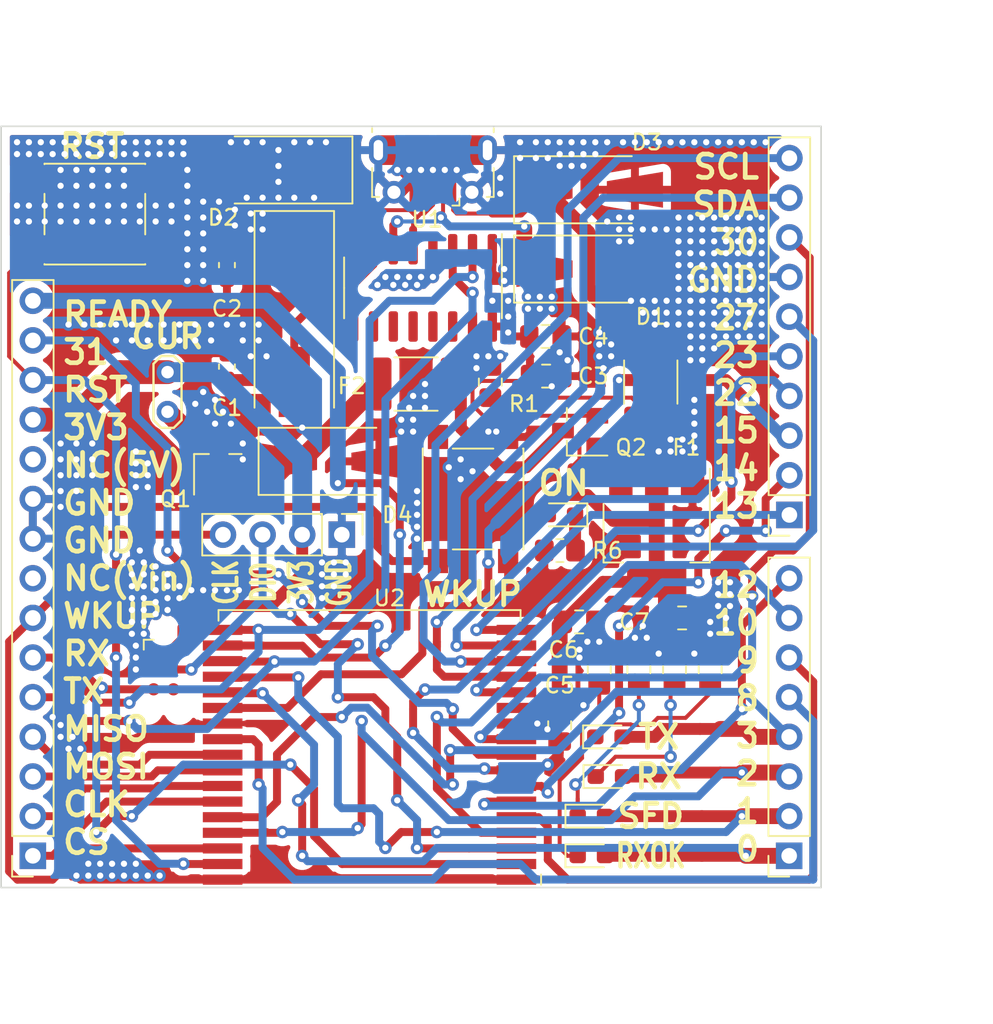
<source format=kicad_pcb>
(kicad_pcb (version 20171130) (host pcbnew 5.1.9)
  (title_block (title "DWM1001 Development board") (date 2021-02-24) (rev 1) (company "Vadim Panov"))
  (layers (0 F.Cu signal) (31 B.Cu signal) (34 B.Paste user) (35 F.Paste user) (36 B.SilkS user) (37 F.SilkS user) (38 B.Mask user) (39 F.Mask user) (44 Edge.Cuts user))
  (net 0 "")
  (net 1 +3V3)
  (net 2 "Net-(C1-Pad1)")
  (net 3 "Net-(C2-Pad1)")
  (net 4 "Net-(D1-Pad1)")
  (net 5 "Net-(D2-Pad1)")
  (net 6 "Net-(D3-Pad1)")
  (net 7 "Net-(D4-Pad1)")
  (net 8 +5V)
  (net 9 "Net-(F2-Pad1)")
  (net 10 /SWDCLK)
  (net 11 /SWDIO)
  (net 12 /DWM_TX)
  (net 13 /DWM_RX)
  (net 14 /WKUP)
  (net 15 /RST)
  (net 16 "Net-(J4-Pad2)")
  (net 17 "Net-(J4-Pad1)")
  (net 18 "Net-(J6-Pad8)")
  (net 19 "Net-(J6-Pad7)")
  (net 20 "Net-(J6-Pad6)")
  (net 21 "Net-(J6-Pad5)")
  (net 22 /GPIO3)
  (net 23 /GPIO2)
  (net 24 /GPIO1)
  (net 25 /GPIO0)
  (net 26 /READY)
  (net 27 "Net-(J7-Pad8)")
  (net 28 "Net-(J7-Pad6)")
  (net 29 "Net-(J7-Pad5)")
  (net 30 "Net-(J7-Pad4)")
  (net 31 "Net-(J7-Pad3)")
  (net 32 "Net-(J7-Pad2)")
  (net 33 "Net-(J7-Pad1)")
  (net 34 "Net-(JP1-Pad2)")
  (net 35 "Net-(D9-Pad1)")
  (net 36 /3.3V_IN)
  (net 37 GND)
  (net 38 /31)
  (net 39 /SCL)
  (net 40 /SDA)
  (net 41 "Net-(J4-Pad4)")
  (net 42 "Net-(J4-Pad3)")
  (net 43 "Net-(D5-Pad1)")
  (net 44 "Net-(D6-Pad1)")
  (net 45 "Net-(D7-Pad1)")
  (net 46 "Net-(D8-Pad1)")
  (module Capacitor_SMD:C_0805_2012Metric_Pad1.18x1.45mm_HandSolder (layer F.Cu) (at 152.1245 94.996)
    (fp_text reference C7 (at -3.0695 0.254) (layer F.SilkS))
    (fp_text value 10u)
    (pad 2 smd roundrect (at 1.0375 0) (size 1.175 1.45) (layers F.Cu F.Paste F.Mask) (roundrect_rratio 0.2127659574468085) (net 37 GND))
    (pad 1 smd roundrect (at -1.0375 0) (size 1.175 1.45) (layers F.Cu F.Paste F.Mask) (roundrect_rratio 0.2127659574468085) (net 1 +3V3))
  )
  (module Crystal:Crystal_SMD_HC49-SD (layer F.Cu) (at 127.254 75.624 270)
    (fp_text reference Y1 hide)
    (fp_text value 12MHz)
    (pad 2 smd rect (at 4.25 0 270) (size 4.5 2) (layers F.Cu F.Paste F.Mask) (net 2 "Net-(C1-Pad1)"))
    (pad 1 smd rect (at -4.25 0 270) (size 4.5 2) (layers F.Cu F.Paste F.Mask) (net 3 "Net-(C2-Pad1)"))
  )
  (module Package_SO:SOIC-16_3.9x9.9mm_P1.27mm (layer F.Cu) (at 135.509 73.849 270)
    (fp_text reference U1 (at -4.38 -0.254 180) (layer F.SilkS))
    (fp_text value CH340G)
    (pad 16 smd roundrect (at 2.475 -4.445 270) (size 1.95 0.6) (layers F.Cu F.Paste F.Mask) (net 1 +3V3))
    (pad 15 smd roundrect (at 2.475 -3.175 270) (size 1.95 0.6) (layers F.Cu F.Paste F.Mask))
    (pad 14 smd roundrect (at 2.475 -1.905 270) (size 1.95 0.6) (layers F.Cu F.Paste F.Mask))
    (pad 13 smd roundrect (at 2.475 -0.635 270) (size 1.95 0.6) (layers F.Cu F.Paste F.Mask))
    (pad 12 smd roundrect (at 2.475 0.635 270) (size 1.95 0.6) (layers F.Cu F.Paste F.Mask))
    (pad 11 smd roundrect (at 2.475 1.905 270) (size 1.95 0.6) (layers F.Cu F.Paste F.Mask))
    (pad 10 smd roundrect (at 2.475 3.175 270) (size 1.95 0.6) (layers F.Cu F.Paste F.Mask))
    (pad 9 smd roundrect (at 2.475 4.445 270) (size 1.95 0.6) (layers F.Cu F.Paste F.Mask))
    (pad 8 smd roundrect (at -2.475 4.445 270) (size 1.95 0.6) (layers F.Cu F.Paste F.Mask) (net 3 "Net-(C2-Pad1)"))
    (pad 7 smd roundrect (at -2.475 3.175 270) (size 1.95 0.6) (layers F.Cu F.Paste F.Mask) (net 2 "Net-(C1-Pad1)"))
    (pad 6 smd roundrect (at -2.475 1.905 270) (size 1.95 0.6) (layers F.Cu F.Paste F.Mask) (net 4 "Net-(D1-Pad1)"))
    (pad 5 smd roundrect (at -2.475 0.635 270) (size 1.95 0.6) (layers F.Cu F.Paste F.Mask) (net 5 "Net-(D2-Pad1)"))
    (pad 4 smd roundrect (at -2.475 -0.635 270) (size 1.95 0.6) (layers F.Cu F.Paste F.Mask) (net 1 +3V3))
    (pad 3 smd roundrect (at -2.475 -1.905 270) (size 1.95 0.6) (layers F.Cu F.Paste F.Mask) (net 12 /DWM_TX))
    (pad 2 smd roundrect (at -2.475 -3.175 270) (size 1.95 0.6) (layers F.Cu F.Paste F.Mask) (net 13 /DWM_RX))
    (pad 1 smd roundrect (at -2.475 -4.445 270) (size 1.95 0.6) (layers F.Cu F.Paste F.Mask) (net 37 GND))
  )
  (module Connector_USB:USB_Micro-B_Molex-105017-0001 (layer F.Cu) (at 136.144 66.2615 180)
    (fp_text reference J1 hide)
    (fp_text value "Micro USB B")
    (pad 6 smd rect (at 1 1.2375 180) (size 1.5 1.9) (layers F.Cu F.Paste F.Mask) (net 37 GND))
    (pad 6 thru_hole circle (at -2.5 -1.4625 180) (size 1.45 1.45) (drill 0.85) (layers *.Cu *.Mask) (net 37 GND))
    (pad 2 smd rect (at -0.65 -1.4625 180) (size 0.4 1.35) (layers F.Cu F.Paste F.Mask) (net 4 "Net-(D1-Pad1)"))
    (pad 1 smd rect (at -1.3 -1.4625 180) (size 0.4 1.35) (layers F.Cu F.Paste F.Mask) (net 6 "Net-(D3-Pad1)"))
    (pad 5 smd rect (at 1.3 -1.4625 180) (size 0.4 1.35) (layers F.Cu F.Paste F.Mask) (net 37 GND))
    (pad 4 smd rect (at 0.65 -1.4625 180) (size 0.4 1.35) (layers F.Cu F.Paste F.Mask))
    (pad 3 smd rect (at 0 -1.4625 180) (size 0.4 1.35) (layers F.Cu F.Paste F.Mask) (net 5 "Net-(D2-Pad1)"))
    (pad 6 thru_hole circle (at 2.5 -1.4625 180) (size 1.45 1.45) (drill 0.85) (layers *.Cu *.Mask) (net 37 GND))
    (pad 6 smd rect (at -1 1.2375 180) (size 1.5 1.9) (layers F.Cu F.Paste F.Mask) (net 37 GND))
    (pad 6 thru_hole oval (at -3.5 1.2375) (size 1.2 1.9) (drill oval 0.6 1.3) (layers *.Cu *.Mask) (net 37 GND))
    (pad 6 thru_hole oval (at 3.5 1.2375 180) (size 1.2 1.9) (drill oval 0.6 1.3) (layers *.Cu *.Mask) (net 37 GND))
    (pad 6 smd rect (at 2.9 1.2375 180) (size 1.2 1.9) (layers F.Cu F.Mask) (net 37 GND))
    (pad 6 smd rect (at -2.9 1.2375 180) (size 1.2 1.9) (layers F.Cu F.Mask) (net 37 GND))
  )
  (module Button_Switch_SMD:SW_Push_1P1T_NO_6x6mm_H9.5mm (layer F.Cu) (at 138.72 87.376 270)
    (fp_text reference SW2 hide)
    (fp_text value WKUP)
    (pad 2 smd rect (at 3.975 2.25 270) (size 1.55 1.3) (layers F.Cu F.Paste F.Mask) (net 14 /WKUP))
    (pad 1 smd rect (at 3.975 -2.25 270) (size 1.55 1.3) (layers F.Cu F.Paste F.Mask) (net 37 GND))
    (pad 1 smd rect (at -3.975 -2.25 270) (size 1.55 1.3) (layers F.Cu F.Paste F.Mask) (net 37 GND))
    (pad 2 smd rect (at -3.975 2.25 270) (size 1.55 1.3) (layers F.Cu F.Paste F.Mask) (net 14 /WKUP))
  )
  (module Button_Switch_SMD:SW_Push_1P1T_NO_6x6mm_H9.5mm (layer F.Cu) (at 114.465 69.124)
    (fp_text reference SW1 hide)
    (fp_text value RST)
    (pad 2 smd rect (at 3.975 2.25) (size 1.55 1.3) (layers F.Cu F.Paste F.Mask) (net 15 /RST))
    (pad 1 smd rect (at 3.975 -2.25) (size 1.55 1.3) (layers F.Cu F.Paste F.Mask) (net 37 GND))
    (pad 1 smd rect (at -3.975 -2.25) (size 1.55 1.3) (layers F.Cu F.Paste F.Mask) (net 37 GND))
    (pad 2 smd rect (at -3.975 2.25) (size 1.55 1.3) (layers F.Cu F.Paste F.Mask) (net 15 /RST))
  )
  (module Resistor_SMD:R_0805_2012Metric_Pad1.20x1.40mm_HandSolder (layer F.Cu) (at 144.288 90.678 180)
    (fp_text reference R6 (at -3.048 0) (layer F.SilkS))
    (fp_text value 47)
    (pad 2 smd roundrect (at 1 0 180) (size 1.2 1.4) (layers F.Cu F.Paste F.Mask) (roundrect_rratio 0.2083325) (net 37 GND))
    (pad 1 smd roundrect (at -1 0 180) (size 1.2 1.4) (layers F.Cu F.Paste F.Mask) (roundrect_rratio 0.2083325) (net 35 "Net-(D9-Pad1)"))
  )
  (module Resistor_SMD:R_0805_2012Metric_Pad1.20x1.40mm_HandSolder (layer F.Cu) (at 153.924 98.314 270)
    (fp_text reference R5 hide)
    (fp_text value 75)
    (pad 2 smd roundrect (at 1 0 270) (size 1.2 1.4) (layers F.Cu F.Paste F.Mask) (roundrect_rratio 0.2083325) (net 46 "Net-(D8-Pad1)"))
    (pad 1 smd roundrect (at -1 0 270) (size 1.2 1.4) (layers F.Cu F.Paste F.Mask) (roundrect_rratio 0.2083325) (net 37 GND))
  )
  (module Resistor_SMD:R_0805_2012Metric_Pad1.20x1.40mm_HandSolder (layer F.Cu) (at 151.638 98.314 270)
    (fp_text reference R4 hide)
    (fp_text value 15)
    (pad 2 smd roundrect (at 1 0 270) (size 1.2 1.4) (layers F.Cu F.Paste F.Mask) (roundrect_rratio 0.2083325) (net 45 "Net-(D7-Pad1)"))
    (pad 1 smd roundrect (at -1 0 270) (size 1.2 1.4) (layers F.Cu F.Paste F.Mask) (roundrect_rratio 0.2083325) (net 37 GND))
  )
  (module Resistor_SMD:R_0805_2012Metric_Pad1.20x1.40mm_HandSolder (layer F.Cu) (at 149.352 98.314 270)
    (fp_text reference R3 hide)
    (fp_text value 75)
    (pad 2 smd roundrect (at 1 0 270) (size 1.2 1.4) (layers F.Cu F.Paste F.Mask) (roundrect_rratio 0.2083325) (net 44 "Net-(D6-Pad1)"))
    (pad 1 smd roundrect (at -1 0 270) (size 1.2 1.4) (layers F.Cu F.Paste F.Mask) (roundrect_rratio 0.2083325) (net 37 GND))
  )
  (module Resistor_SMD:R_0805_2012Metric_Pad1.20x1.40mm_HandSolder (layer F.Cu) (at 146.812 98.314 270)
    (fp_text reference R2 hide)
    (fp_text value 15)
    (pad 2 smd roundrect (at 1 0 270) (size 1.2 1.4) (layers F.Cu F.Paste F.Mask) (roundrect_rratio 0.2083325) (net 43 "Net-(D5-Pad1)"))
    (pad 1 smd roundrect (at -1 0 270) (size 1.2 1.4) (layers F.Cu F.Paste F.Mask) (roundrect_rratio 0.2083325) (net 37 GND))
  )
  (module Fuse:Fuse_1812_4532Metric_Pad1.30x3.40mm_HandSolder (layer F.Cu) (at 135.062 80.01 180)
    (fp_text reference F2 (at 4.125 -0.127) (layer F.SilkS))
    (fp_text value "0.5A PTC")
    (pad 2 smd roundrect (at 2.225 0 180) (size 1.3 3.4) (layers F.Cu F.Paste F.Mask) (roundrect_rratio 0.1923069230769231) (net 7 "Net-(D4-Pad1)"))
    (pad 1 smd roundrect (at -2.225 0 180) (size 1.3 3.4) (layers F.Cu F.Paste F.Mask) (roundrect_rratio 0.1923069230769231) (net 9 "Net-(F2-Pad1)"))
  )
  (module Fuse:Fuse_1812_4532Metric_Pad1.30x3.40mm_HandSolder (layer F.Cu) (at 150.114 79.883 90)
    (fp_text reference F1 (at -4.191 2.286 180) (layer F.SilkS))
    (fp_text value "0.5A PTC")
    (pad 2 smd roundrect (at 2.225 0 90) (size 1.3 3.4) (layers F.Cu F.Paste F.Mask) (roundrect_rratio 0.1923069230769231) (net 6 "Net-(D3-Pad1)"))
    (pad 1 smd roundrect (at -2.225 0 90) (size 1.3 3.4) (layers F.Cu F.Paste F.Mask) (roundrect_rratio 0.1923069230769231) (net 8 +5V))
  )
  (module Connector_PinHeader_2.54mm:PinHeader_1x04_P2.54mm_Vertical (layer F.Cu) (at 130.302 89.662 270)
    (fp_text reference J2 hide)
    (fp_text value "SWD Pin Header Male")
    (pad 4 thru_hole oval (at 0 7.62 270) (size 1.7 1.7) (drill 1) (layers *.Cu *.Mask) (net 10 /SWDCLK))
    (pad 3 thru_hole oval (at 0 5.08 270) (size 1.7 1.7) (drill 1) (layers *.Cu *.Mask) (net 11 /SWDIO))
    (pad 2 thru_hole oval (at 0 2.54 270) (size 1.7 1.7) (drill 1) (layers *.Cu *.Mask) (net 36 /3.3V_IN))
    (pad 1 thru_hole rect (at 0 0 270) (size 1.7 1.7) (drill 1) (layers *.Cu *.Mask) (net 37 GND))
  )
  (module Package_TO_SOT_SMD:SOT-223-3_TabPin2 (layer F.Cu) (at 150.495 89.535 270)
    (fp_text reference U3 hide)
    (fp_text value AMS1117-3.3)
    (pad 1 smd rect (at -3.15 -2.3 270) (size 2 1.5) (layers F.Cu F.Paste F.Mask) (net 37 GND))
    (pad 3 smd rect (at -3.15 2.3 270) (size 2 1.5) (layers F.Cu F.Paste F.Mask) (net 8 +5V))
    (pad 2 smd rect (at -3.15 0 270) (size 2 1.5) (layers F.Cu F.Paste F.Mask) (net 1 +3V3))
    (pad 2 smd rect (at 3.15 0 270) (size 2 3.8) (layers F.Cu F.Paste F.Mask) (net 1 +3V3))
  )
  (module RF_Module:DecaWave_DWM1001 (layer F.Cu) (at 132.08 103.632 180)
    (fp_text reference U2 (at -1.27 9.906) (layer F.SilkS))
    (fp_text value DWM1001)
    (pad 34 smd rect (at 9.42 -8.13 180) (size 2.54 0.65) (layers F.Cu F.Paste F.Mask) (net 37 GND))
    (pad 33 smd rect (at 9.42 -7.13 180) (size 2.54 0.65) (layers F.Cu F.Paste F.Mask) (net 15 /RST))
    (pad 32 smd rect (at 9.42 -6.13 180) (size 2.54 0.65) (layers F.Cu F.Paste F.Mask) (net 14 /WKUP))
    (pad 31 smd rect (at 9.42 -5.13 180) (size 2.54 0.65) (layers F.Cu F.Paste F.Mask) (net 23 /GPIO2))
    (pad 30 smd rect (at 9.42 -4.13 180) (size 2.54 0.65) (layers F.Cu F.Paste F.Mask) (net 22 /GPIO3))
    (pad 29 smd rect (at 9.42 -3.13 180) (size 2.54 0.65) (layers F.Cu F.Paste F.Mask) (net 17 "Net-(J4-Pad1)"))
    (pad 28 smd rect (at 9.42 -2.13 180) (size 2.54 0.65) (layers F.Cu F.Paste F.Mask) (net 16 "Net-(J4-Pad2)"))
    (pad 27 smd rect (at 9.42 -1.13 180) (size 2.54 0.65) (layers F.Cu F.Paste F.Mask) (net 42 "Net-(J4-Pad3)"))
    (pad 26 smd rect (at 9.42 -0.13 180) (size 2.54 0.65) (layers F.Cu F.Paste F.Mask) (net 41 "Net-(J4-Pad4)"))
    (pad 25 smd rect (at 9.42 0.87 180) (size 2.54 0.65) (layers F.Cu F.Paste F.Mask) (net 21 "Net-(J6-Pad5)"))
    (pad 24 smd rect (at 9.42 1.87 180) (size 2.54 0.65) (layers F.Cu F.Paste F.Mask) (net 37 GND))
    (pad 23 smd rect (at 9.42 2.87 180) (size 2.54 0.65) (layers F.Cu F.Paste F.Mask) (net 31 "Net-(J7-Pad3)"))
    (pad 22 smd rect (at 9.42 3.87 180) (size 2.54 0.65) (layers F.Cu F.Paste F.Mask) (net 25 /GPIO0))
    (pad 21 smd rect (at 9.42 4.87 180) (size 2.54 0.65) (layers F.Cu F.Paste F.Mask) (net 24 /GPIO1))
    (pad 20 smd rect (at 9.42 5.87 180) (size 2.54 0.65) (layers F.Cu F.Paste F.Mask) (net 12 /DWM_TX))
    (pad 19 smd rect (at 9.42 6.87 180) (size 2.54 0.65) (layers F.Cu F.Paste F.Mask) (net 26 /READY))
    (pad 18 smd rect (at 9.42 7.87 180) (size 2.54 0.65) (layers F.Cu F.Paste F.Mask) (net 13 /DWM_RX))
    (pad 17 smd rect (at -9.42 7.87 180) (size 2.54 0.65) (layers F.Cu F.Paste F.Mask) (net 33 "Net-(J7-Pad1)"))
    (pad 16 smd rect (at -9.42 6.87 180) (size 2.54 0.65) (layers F.Cu F.Paste F.Mask) (net 29 "Net-(J7-Pad5)"))
    (pad 15 smd rect (at -9.42 5.87 180) (size 2.54 0.65) (layers F.Cu F.Paste F.Mask) (net 39 /SCL))
    (pad 14 smd rect (at -9.42 4.87 180) (size 2.54 0.65) (layers F.Cu F.Paste F.Mask) (net 40 /SDA))
    (pad 13 smd rect (at -9.42 3.87 180) (size 2.54 0.65) (layers F.Cu F.Paste F.Mask) (net 28 "Net-(J7-Pad6)"))
    (pad 12 smd rect (at -9.42 2.87 180) (size 2.54 0.65) (layers F.Cu F.Paste F.Mask) (net 1 +3V3))
    (pad 11 smd rect (at -9.42 1.87 180) (size 2.54 0.65) (layers F.Cu F.Paste F.Mask) (net 37 GND))
    (pad 10 smd rect (at -9.42 0.87 180) (size 2.54 0.65) (layers F.Cu F.Paste F.Mask) (net 27 "Net-(J7-Pad8)"))
    (pad 9 smd rect (at -9.42 -0.13 180) (size 2.54 0.65) (layers F.Cu F.Paste F.Mask) (net 38 /31))
    (pad 8 smd rect (at -9.42 -1.13 180) (size 2.54 0.65) (layers F.Cu F.Paste F.Mask) (net 30 "Net-(J7-Pad4)"))
    (pad 7 smd rect (at -9.42 -2.13 180) (size 2.54 0.65) (layers F.Cu F.Paste F.Mask) (net 32 "Net-(J7-Pad2)"))
    (pad 6 smd rect (at -9.42 -3.13 180) (size 2.54 0.65) (layers F.Cu F.Paste F.Mask) (net 18 "Net-(J6-Pad8)"))
    (pad 5 smd rect (at -9.42 -4.13 180) (size 2.54 0.65) (layers F.Cu F.Paste F.Mask) (net 20 "Net-(J6-Pad6)"))
    (pad 4 smd rect (at -9.42 -5.13 180) (size 2.54 0.65) (layers F.Cu F.Paste F.Mask) (net 19 "Net-(J6-Pad7)"))
    (pad 3 smd rect (at -9.42 -6.13 180) (size 2.54 0.65) (layers F.Cu F.Paste F.Mask) (net 11 /SWDIO))
    (pad 2 smd rect (at -9.42 -7.13 180) (size 2.54 0.65) (layers F.Cu F.Paste F.Mask) (net 10 /SWDCLK))
    (pad 1 smd rect (at -9.42 -8.13 180) (size 2.54 0.65) (layers F.Cu F.Paste F.Mask) (net 37 GND))
    (pad "" np_thru_hole circle (at -2.435 6.82 180) (size 1 1) (drill 1) (layers *.Cu *.Mask))
  )
  (module Resistor_SMD:R_0805_2012Metric_Pad1.20x1.40mm_HandSolder (layer F.Cu) (at 139.827 79.883 90)
    (fp_text reference R1 (at -1.397 2.159 180) (layer F.SilkS))
    (fp_text value 100k)
    (pad 2 smd roundrect (at 1 0 90) (size 1.2 1.4) (layers F.Cu F.Paste F.Mask) (roundrect_rratio 0.2083325) (net 37 GND))
    (pad 1 smd roundrect (at -1 0 90) (size 1.2 1.4) (layers F.Cu F.Paste F.Mask) (roundrect_rratio 0.2083325) (net 8 +5V))
  )
  (module Package_TO_SOT_SMD:SuperSOT-3 (layer F.Cu) (at 145.585 82.992 180)
    (fp_text reference Q2 (at -3.259 -1.082) (layer F.SilkS))
    (fp_text value FDN430P)
    (pad 3 smd rect (at 1.1 0 180) (size 1.4 1) (layers F.Cu F.Paste F.Mask) (net 9 "Net-(F2-Pad1)"))
    (pad 2 smd rect (at -1.1 0.95 180) (size 1.4 1) (layers F.Cu F.Paste F.Mask) (net 1 +3V3))
    (pad 1 smd rect (at -1.1 -0.95 180) (size 1.4 1) (layers F.Cu F.Paste F.Mask) (net 8 +5V))
  )
  (module Package_TO_SOT_SMD:SuperSOT-3 (layer F.Cu) (at 122.428 85.344 90)
    (fp_text reference Q1 (at -2.032 -2.794 180) (layer F.SilkS))
    (fp_text value FDN430P)
    (pad 1 smd rect (at -1.1 -0.95 90) (size 1.4 1) (layers F.Cu F.Paste F.Mask) (net 37 GND))
    (pad 2 smd rect (at -1.1 0.95 90) (size 1.4 1) (layers F.Cu F.Paste F.Mask) (net 7 "Net-(D4-Pad1)"))
    (pad 3 smd rect (at 1.1 0 90) (size 1.4 1) (layers F.Cu F.Paste F.Mask) (net 34 "Net-(JP1-Pad2)"))
  )
  (module TestPoint:TestPoint_2Pads_Pitch2.54mm_Drill0.8mm (layer F.Cu) (at 119.126 79.248 270)
    (fp_text reference JP1 hide)
    (fp_text value "3.3V Current probe")
    (pad 2 thru_hole circle (at 2.54 0 270) (size 1.4 1.4) (drill 0.8) (layers *.Cu *.Mask) (net 34 "Net-(JP1-Pad2)"))
    (pad 1 thru_hole circle (at 0 0 270) (size 1.4 1.4) (drill 0.8) (layers *.Cu *.Mask) (net 36 /3.3V_IN))
  )
  (module Connector_PinSocket_2.54mm:PinSocket_1x10_P2.54mm_Vertical (layer F.Cu) (at 159.004 88.396 180)
    (fp_text reference J7 hide)
    (fp_text value 10)
    (pad 10 thru_hole oval (at 0 22.86 180) (size 1.7 1.7) (drill 1) (layers *.Cu *.Mask) (net 39 /SCL))
    (pad 9 thru_hole oval (at 0 20.32 180) (size 1.7 1.7) (drill 1) (layers *.Cu *.Mask) (net 40 /SDA))
    (pad 8 thru_hole oval (at 0 17.78 180) (size 1.7 1.7) (drill 1) (layers *.Cu *.Mask) (net 27 "Net-(J7-Pad8)"))
    (pad 7 thru_hole oval (at 0 15.24 180) (size 1.7 1.7) (drill 1) (layers *.Cu *.Mask) (net 37 GND))
    (pad 6 thru_hole oval (at 0 12.7 180) (size 1.7 1.7) (drill 1) (layers *.Cu *.Mask) (net 28 "Net-(J7-Pad6)"))
    (pad 5 thru_hole oval (at 0 10.16 180) (size 1.7 1.7) (drill 1) (layers *.Cu *.Mask) (net 29 "Net-(J7-Pad5)"))
    (pad 4 thru_hole oval (at 0 7.62 180) (size 1.7 1.7) (drill 1) (layers *.Cu *.Mask) (net 30 "Net-(J7-Pad4)"))
    (pad 3 thru_hole oval (at 0 5.08 180) (size 1.7 1.7) (drill 1) (layers *.Cu *.Mask) (net 31 "Net-(J7-Pad3)"))
    (pad 2 thru_hole oval (at 0 2.54 180) (size 1.7 1.7) (drill 1) (layers *.Cu *.Mask) (net 32 "Net-(J7-Pad2)"))
    (pad 1 thru_hole rect (at 0 0 180) (size 1.7 1.7) (drill 1) (layers *.Cu *.Mask) (net 33 "Net-(J7-Pad1)"))
  )
  (module Connector_PinSocket_2.54mm:PinSocket_1x08_P2.54mm_Vertical (layer F.Cu) (at 158.99 110.236 180)
    (fp_text reference J6 hide)
    (fp_text value 8)
    (pad 1 thru_hole rect (at 0 0 180) (size 1.7 1.7) (drill 1) (layers *.Cu *.Mask) (net 25 /GPIO0))
    (pad 2 thru_hole oval (at 0 2.54 180) (size 1.7 1.7) (drill 1) (layers *.Cu *.Mask) (net 24 /GPIO1))
    (pad 3 thru_hole oval (at 0 5.08 180) (size 1.7 1.7) (drill 1) (layers *.Cu *.Mask) (net 23 /GPIO2))
    (pad 4 thru_hole oval (at 0 7.62 180) (size 1.7 1.7) (drill 1) (layers *.Cu *.Mask) (net 22 /GPIO3))
    (pad 5 thru_hole oval (at 0 10.16 180) (size 1.7 1.7) (drill 1) (layers *.Cu *.Mask) (net 21 "Net-(J6-Pad5)"))
    (pad 6 thru_hole oval (at 0 12.7 180) (size 1.7 1.7) (drill 1) (layers *.Cu *.Mask) (net 20 "Net-(J6-Pad6)"))
    (pad 7 thru_hole oval (at 0 15.24 180) (size 1.7 1.7) (drill 1) (layers *.Cu *.Mask) (net 19 "Net-(J6-Pad7)"))
    (pad 8 thru_hole oval (at 0 17.78 180) (size 1.7 1.7) (drill 1) (layers *.Cu *.Mask) (net 18 "Net-(J6-Pad8)"))
  )
  (module Connector:Tag-Connect_TC2030-IDC-NL_2x03_P1.27mm_Vertical (layer F.Cu) (at 118.872 98.298 270)
    (fp_text reference J5 hide)
    (fp_text value "Tag-Connect TC2030 SWD")
    (pad 6 connect circle (at 1.27 -0.635 270) (size 0.7874 0.7874) (layers F.Cu F.Mask))
    (pad 5 connect circle (at 1.27 0.635 270) (size 0.7874 0.7874) (layers F.Cu F.Mask) (net 10 /SWDCLK))
    (pad 4 connect circle (at 0 -0.635 270) (size 0.7874 0.7874) (layers F.Cu F.Mask) (net 11 /SWDIO))
    (pad 3 connect circle (at 0 0.635 270) (size 0.7874 0.7874) (layers F.Cu F.Mask) (net 37 GND))
    (pad 2 connect circle (at -1.27 -0.635 270) (size 0.7874 0.7874) (layers F.Cu F.Mask) (net 36 /3.3V_IN))
    (pad 1 connect circle (at -1.27 0.635 270) (size 0.7874 0.7874) (layers F.Cu F.Mask))
    (pad "" np_thru_hole circle (at -2.54 0 270) (size 0.9906 0.9906) (drill 0.9906) (layers *.Cu *.Mask))
    (pad "" np_thru_hole circle (at 2.54 1.016 270) (size 0.9906 0.9906) (drill 0.9906) (layers *.Cu *.Mask))
    (pad "" np_thru_hole circle (at 2.54 -1.016 270) (size 0.9906 0.9906) (drill 0.9906) (layers *.Cu *.Mask))
  )
  (module Connector_PinSocket_2.54mm:PinSocket_1x15_P2.54mm_Vertical (layer F.Cu) (at 110.49 110.236 180)
    (fp_text reference J4 hide)
    (fp_text value 15)
    (pad 15 thru_hole oval (at 0 35.56 180) (size 1.7 1.7) (drill 1) (layers *.Cu *.Mask) (net 26 /READY))
    (pad 14 thru_hole oval (at 0 33.02 180) (size 1.7 1.7) (drill 1) (layers *.Cu *.Mask) (net 38 /31))
    (pad 13 thru_hole oval (at 0 30.48 180) (size 1.7 1.7) (drill 1) (layers *.Cu *.Mask) (net 15 /RST))
    (pad 12 thru_hole oval (at 0 27.94 180) (size 1.7 1.7) (drill 1) (layers *.Cu *.Mask) (net 36 /3.3V_IN))
    (pad 11 thru_hole oval (at 0 25.4 180) (size 1.7 1.7) (drill 1) (layers *.Cu *.Mask))
    (pad 10 thru_hole oval (at 0 22.86 180) (size 1.7 1.7) (drill 1) (layers *.Cu *.Mask) (net 37 GND))
    (pad 9 thru_hole oval (at 0 20.32 180) (size 1.7 1.7) (drill 1) (layers *.Cu *.Mask) (net 37 GND))
    (pad 8 thru_hole oval (at 0 17.78 180) (size 1.7 1.7) (drill 1) (layers *.Cu *.Mask))
    (pad 7 thru_hole oval (at 0 15.24 180) (size 1.7 1.7) (drill 1) (layers *.Cu *.Mask) (net 14 /WKUP))
    (pad 6 thru_hole oval (at 0 12.7 180) (size 1.7 1.7) (drill 1) (layers *.Cu *.Mask) (net 13 /DWM_RX))
    (pad 5 thru_hole oval (at 0 10.16 180) (size 1.7 1.7) (drill 1) (layers *.Cu *.Mask) (net 12 /DWM_TX))
    (pad 4 thru_hole oval (at 0 7.62 180) (size 1.7 1.7) (drill 1) (layers *.Cu *.Mask) (net 41 "Net-(J4-Pad4)"))
    (pad 3 thru_hole oval (at 0 5.08 180) (size 1.7 1.7) (drill 1) (layers *.Cu *.Mask) (net 42 "Net-(J4-Pad3)"))
    (pad 2 thru_hole oval (at 0 2.54 180) (size 1.7 1.7) (drill 1) (layers *.Cu *.Mask) (net 16 "Net-(J4-Pad2)"))
    (pad 1 thru_hole rect (at 0 0 180) (size 1.7 1.7) (drill 1) (layers *.Cu *.Mask) (net 17 "Net-(J4-Pad1)"))
  )
  (module LED_SMD:LED_0603_1608Metric_Pad1.05x0.95mm_HandSolder (layer F.Cu) (at 144.385 88.392 180)
    (fp_text reference D9 hide)
    (fp_text value Green)
    (pad 2 smd roundrect (at 0.875 0 180) (size 1.05 0.95) (layers F.Cu F.Paste F.Mask) (net 1 +3V3))
    (pad 1 smd roundrect (at -0.875 0 180) (size 1.05 0.95) (layers F.Cu F.Paste F.Mask) (net 35 "Net-(D9-Pad1)"))
  )
  (module LED_SMD:LED_0603_1608Metric_Pad1.05x0.95mm_HandSolder (layer F.Cu) (at 147.433 102.616)
    (fp_text reference D8 hide)
    (fp_text value Red)
    (pad 2 smd roundrect (at 0.875 0) (size 1.05 0.95) (layers F.Cu F.Paste F.Mask) (net 22 /GPIO3))
    (pad 1 smd roundrect (at -0.875 0) (size 1.05 0.95) (layers F.Cu F.Paste F.Mask) (net 46 "Net-(D8-Pad1)"))
  )
  (module LED_SMD:LED_0603_1608Metric_Pad1.05x0.95mm_HandSolder (layer F.Cu) (at 147.461 105.156)
    (fp_text reference D7 hide)
    (fp_text value Blue)
    (pad 2 smd roundrect (at 0.875 0) (size 1.05 0.95) (layers F.Cu F.Paste F.Mask) (net 23 /GPIO2))
    (pad 1 smd roundrect (at -0.875 0) (size 1.05 0.95) (layers F.Cu F.Paste F.Mask) (net 45 "Net-(D7-Pad1)"))
  )
  (module LED_SMD:LED_0603_1608Metric_Pad1.05x0.95mm_HandSolder (layer F.Cu) (at 146.304 107.696)
    (fp_text reference D6 hide)
    (fp_text value Red)
    (pad 2 smd roundrect (at 0.875 0) (size 1.05 0.95) (layers F.Cu F.Paste F.Mask) (net 24 /GPIO1))
    (pad 1 smd roundrect (at -0.875 0) (size 1.05 0.95) (layers F.Cu F.Paste F.Mask) (net 44 "Net-(D6-Pad1)"))
  )
  (module LED_SMD:LED_0603_1608Metric_Pad1.05x0.95mm_HandSolder (layer F.Cu) (at 146.304 110.236)
    (fp_text reference D5 hide)
    (fp_text value Blue)
    (pad 2 smd roundrect (at 0.875 0) (size 1.05 0.95) (layers F.Cu F.Paste F.Mask) (net 25 /GPIO0))
    (pad 1 smd roundrect (at -0.875 0) (size 1.05 0.95) (layers F.Cu F.Paste F.Mask) (net 43 "Net-(D5-Pad1)"))
  )
  (module Diode_SMD:D_SMA-SMB_Universal_Handsoldering (layer F.Cu) (at 129.815 84.963)
    (fp_text reference D4 (at 4.043 3.429) (layer F.SilkS))
    (fp_text value SMBJ3.3A)
    (pad 1 smd trapezoid (at -2.9 0) (size 3.6 1.7) (rect_delta 0.6 0) (layers F.Cu F.Paste F.Mask) (net 7 "Net-(D4-Pad1)"))
    (pad 2 smd trapezoid (at 2.9 0 180) (size 3.6 1.7) (rect_delta 0.6 0) (layers F.Cu F.Paste F.Mask) (net 37 GND))
  )
  (module Diode_SMD:D_SMA-SMB_Universal_Handsoldering (layer F.Cu) (at 146.198 67.564)
    (fp_text reference D3 (at 3.662 -3.048 180) (layer F.SilkS))
    (fp_text value SMBJ5.0A)
    (pad 2 smd trapezoid (at 2.9 0 180) (size 3.6 1.7) (rect_delta 0.6 0) (layers F.Cu F.Paste F.Mask) (net 37 GND))
    (pad 1 smd trapezoid (at -2.9 0) (size 3.6 1.7) (rect_delta 0.6 0) (layers F.Cu F.Paste F.Mask) (net 6 "Net-(D3-Pad1)"))
  )
  (module Diode_SMD:D_SMA-SMB_Universal_Handsoldering (layer F.Cu) (at 126.132 66.294 180)
    (fp_text reference D2 (at 3.45 -3.048) (layer F.SilkS))
    (fp_text value SMBJ5.0A)
    (pad 2 smd trapezoid (at 2.9 0) (size 3.6 1.7) (rect_delta 0.6 0) (layers F.Cu F.Paste F.Mask) (net 37 GND))
    (pad 1 smd trapezoid (at -2.9 0 180) (size 3.6 1.7) (rect_delta 0.6 0) (layers F.Cu F.Paste F.Mask) (net 5 "Net-(D2-Pad1)"))
  )
  (module Diode_SMD:D_SMA-SMB_Universal_Handsoldering (layer F.Cu) (at 146.198 72.644)
    (fp_text reference D1 (at 3.916 3.048 180) (layer F.SilkS))
    (fp_text value SMBJ5.0A)
    (pad 2 smd trapezoid (at 2.9 0 180) (size 3.6 1.7) (rect_delta 0.6 0) (layers F.Cu F.Paste F.Mask) (net 37 GND))
    (pad 1 smd trapezoid (at -2.9 0) (size 3.6 1.7) (rect_delta 0.6 0) (layers F.Cu F.Paste F.Mask) (net 4 "Net-(D1-Pad1)"))
  )
  (module Capacitor_SMD:C_0805_2012Metric_Pad1.18x1.45mm_HandSolder (layer F.Cu) (at 145.5205 95.25)
    (fp_text reference C6 (at -0.9945 1.778 180) (layer F.SilkS))
    (fp_text value 10u)
    (pad 2 smd roundrect (at 1.0375 0) (size 1.175 1.45) (layers F.Cu F.Paste F.Mask) (roundrect_rratio 0.2127659574468085) (net 37 GND))
    (pad 1 smd roundrect (at -1.0375 0) (size 1.175 1.45) (layers F.Cu F.Paste F.Mask) (roundrect_rratio 0.2127659574468085) (net 1 +3V3))
  )
  (module Capacitor_SMD:C_0805_2012Metric_Pad1.18x1.45mm_HandSolder (layer F.Cu) (at 144.272 101.8755 270)
    (fp_text reference C5 (at -2.5615 0 180) (layer F.SilkS))
    (fp_text value 100n)
    (pad 2 smd roundrect (at 1.0375 0 270) (size 1.175 1.45) (layers F.Cu F.Paste F.Mask) (roundrect_rratio 0.2127659574468085) (net 37 GND))
    (pad 1 smd roundrect (at -1.0375 0 270) (size 1.175 1.45) (layers F.Cu F.Paste F.Mask) (roundrect_rratio 0.2127659574468085) (net 1 +3V3))
  )
  (module Capacitor_SMD:C_0805_2012Metric_Pad1.18x1.45mm_HandSolder (layer F.Cu) (at 143.3615 76.962)
    (fp_text reference C4 (at 3.0695 0) (layer F.SilkS))
    (fp_text value 10u)
    (pad 2 smd roundrect (at 1.0375 0) (size 1.175 1.45) (layers F.Cu F.Paste F.Mask) (roundrect_rratio 0.2127659574468085) (net 37 GND))
    (pad 1 smd roundrect (at -1.0375 0) (size 1.175 1.45) (layers F.Cu F.Paste F.Mask) (roundrect_rratio 0.2127659574468085) (net 1 +3V3))
  )
  (module Capacitor_SMD:C_0805_2012Metric_Pad1.18x1.45mm_HandSolder (layer F.Cu) (at 143.4045 79.502)
    (fp_text reference C3 (at 3.0265 0) (layer F.SilkS))
    (fp_text value 100n)
    (pad 2 smd roundrect (at 1.0375 0) (size 1.175 1.45) (layers F.Cu F.Paste F.Mask) (roundrect_rratio 0.2127659574468085) (net 37 GND))
    (pad 1 smd roundrect (at -1.0375 0) (size 1.175 1.45) (layers F.Cu F.Paste F.Mask) (roundrect_rratio 0.2127659574468085) (net 1 +3V3))
  )
  (module Capacitor_SMD:C_0603_1608Metric_Pad1.08x0.95mm_HandSolder (layer F.Cu) (at 122.936 72.39 270)
    (fp_text reference C2 (at 2.794 0 180) (layer F.SilkS))
    (fp_text value 22p)
    (pad 2 smd roundrect (at 0.8625 0 270) (size 1.075 0.95) (layers F.Cu F.Paste F.Mask) (net 37 GND))
    (pad 1 smd roundrect (at -0.8625 0 270) (size 1.075 0.95) (layers F.Cu F.Paste F.Mask) (net 3 "Net-(C2-Pad1)"))
  )
  (module Capacitor_SMD:C_0603_1608Metric_Pad1.08x0.95mm_HandSolder (layer F.Cu) (at 122.936 78.8935 90)
    (fp_text reference C1 (at -2.6405 0 180) (layer F.SilkS))
    (fp_text value 22p)
    (pad 2 smd roundrect (at 0.8625 0 90) (size 1.075 0.95) (layers F.Cu F.Paste F.Mask) (net 37 GND))
    (pad 1 smd roundrect (at -0.8625 0 90) (size 1.075 0.95) (layers F.Cu F.Paste F.Mask) (net 2 "Net-(C1-Pad1)"))
  )
  (gr_text TX (at 150.622 102.616) (layer F.SilkS) (effects (font (size 1.5 1.5) (thickness 0.3))))
  (gr_text SFD (at 150.114 107.696) (layer F.SilkS) (effects (font (size 1.5 1.5) (thickness 0.3))))
  (gr_text RX (at 150.622 105.156) (layer F.SilkS) (effects (font (size 1.5 1.5) (thickness 0.3))))
  (gr_text RXOK (at 150.114 110.236) (layer F.SilkS) (effects (font (size 1.5 1.1) (thickness 0.275))))
  (gr_text ON (at 144.526 86.36) (layer F.SilkS) (effects (font (size 1.5 1.5) (thickness 0.3))))
  (gr_text WKUP (at 138.684 93.472) (layer F.SilkS) (effects (font (size 1.5 1.5) (thickness 0.3))))
  (gr_text "CLK\nDIO\n3V3\nGND" (at 126.492 92.71 90) (layer F.SilkS) (effects (font (size 1.5 1) (thickness 0.25))))
  (gr_text CUR (at 119.126 76.962) (layer F.SilkS) (effects (font (size 1.5 1.5) (thickness 0.3))))
  (gr_text RST (at 114.3 64.77) (layer F.SilkS) (effects (font (size 1.5 1.5) (thickness 0.3))))
  (gr_text "12\n10\n9\n8\n3\n2\n1\n0" (at 157.226 101.346) (layer F.SilkS) (effects (font (size 1.5 1.5) (thickness 0.3)) (justify right)))
  (gr_text "SCL\nSDA\n30\nGND\n27\n23\n22\n15\n14\n13" (at 157.226 76.962) (layer F.SilkS) (effects (font (size 1.5 1.5) (thickness 0.3)) (justify right)))
  (gr_line (start 161.036 63.5) (end 161.036 112.268) (layer Edge.Cuts) (width 0.1))
  (gr_line (start 108.458 63.5) (end 161.036 63.5) (layer Edge.Cuts) (width 0.1))
  (gr_line (start 108.458 112.268) (end 108.458 63.5) (layer Edge.Cuts) (width 0.1))
  (gr_line (start 161.036 112.268) (end 108.458 112.268) (layer Edge.Cuts) (width 0.1))
  (gr_text "READY\n31\nRST\n3V3\nNC(5V)\nGND\nGND\nNC(Vin)\nWKUP\nRX\nTX\nMISO\nMOSI\nCLK\nCS" (at 112.268 92.456) (layer F.SilkS) (effects (font (size 1.5 1.5) (thickness 0.3)) (justify left)))
  (segment (start 144.196 100.762) (end 144.272 100.838) (width 0.508) (layer F.Cu) (net 1))
  (segment (start 141.5 100.762) (end 144.196 100.762) (width 0.508) (layer F.Cu) (net 1))
  (segment (start 144.272 95.461) (end 144.483 95.25) (width 1.016) (layer F.Cu) (net 1))
  (segment (start 144.272 100.838) (end 144.272 95.461) (width 1.016) (layer F.Cu) (net 1))
  (segment (start 151.087 93.277) (end 150.495 92.685) (width 1.016) (layer F.Cu) (net 1))
  (segment (start 151.087 94.996) (end 151.087 93.277) (width 1.016) (layer F.Cu) (net 1))
  (segment (start 147.048 92.685) (end 144.483 95.25) (width 0.762) (layer F.Cu) (net 1))
  (segment (start 150.495 92.685) (end 147.048 92.685) (width 0.762) (layer F.Cu) (net 1))
  (via (at 140.97 76.708) (size 0.8) (drill 0.4) (layers F.Cu B.Cu) (net 1))
  (via (at 139.954 74.676) (size 0.8) (drill 0.4) (layers F.Cu B.Cu) (net 1))
  (segment (start 150.495 92.685) (end 150.495 89.027) (width 1.016) (layer F.Cu) (net 1))
  (via (at 140.97 75.692) (size 0.8) (drill 0.4) (layers F.Cu B.Cu) (net 1))
  (via (at 140.97 74.676) (size 0.8) (drill 0.4) (layers F.Cu B.Cu) (net 1))
  (segment (start 139.201734 79.810009) (end 138.684 80.327743) (width 0.254) (layer F.Cu) (net 1))
  (segment (start 142.058991 79.810009) (end 139.201734 79.810009) (width 0.254) (layer F.Cu) (net 1))
  (segment (start 142.367 79.502) (end 142.058991 79.810009) (width 0.254) (layer F.Cu) (net 1))
  (segment (start 138.684 81.356018) (end 139.369982 82.042) (width 0.254) (layer F.Cu) (net 1))
  (segment (start 138.684 80.327743) (end 138.684 81.356018) (width 0.254) (layer F.Cu) (net 1))
  (segment (start 139.369982 82.042) (end 146.685 82.042) (width 0.254) (layer F.Cu) (net 1))
  (segment (start 136.144 71.374) (end 136.144 70.866) (width 0.25) (layer F.Cu) (net 1))
  (via (at 133.096 73.152) (size 0.8) (drill 0.4) (layers F.Cu B.Cu) (net 1))
  (via (at 133.858 73.152) (size 0.8) (drill 0.4) (layers F.Cu B.Cu) (net 1))
  (via (at 132.588 73.66) (size 0.8) (drill 0.4) (layers F.Cu B.Cu) (net 1))
  (via (at 133.604 73.66) (size 0.8) (drill 0.4) (layers F.Cu B.Cu) (net 1))
  (via (at 134.366 73.66) (size 0.8) (drill 0.4) (layers F.Cu B.Cu) (net 1))
  (via (at 134.62 73.152) (size 0.8) (drill 0.4) (layers F.Cu B.Cu) (net 1))
  (via (at 135.128 73.66) (size 0.8) (drill 0.4) (layers F.Cu B.Cu) (net 1))
  (via (at 135.382 73.152) (size 0.8) (drill 0.4) (layers F.Cu B.Cu) (net 1))
  (via (at 136.144 73.152) (size 0.8) (drill 0.4) (layers F.Cu B.Cu) (net 1))
  (segment (start 145.542 83.185) (end 145.542 84.836) (width 0.254) (layer F.Cu) (net 1))
  (segment (start 146.685 82.042) (end 145.542 83.185) (width 0.254) (layer F.Cu) (net 1))
  (segment (start 145.542 84.836) (end 145.034 85.344) (width 0.254) (layer F.Cu) (net 1))
  (segment (start 143.51 88.392) (end 143.51 87.63) (width 0.762) (layer F.Cu) (net 1))
  (segment (start 143.51 87.63) (end 144.018 87.122) (width 0.762) (layer F.Cu) (net 1))
  (segment (start 147.701 88.773) (end 150.495 88.773) (width 0.762) (layer F.Cu) (net 1))
  (segment (start 150.495 88.773) (end 150.495 86.385) (width 1.016) (layer F.Cu) (net 1))
  (segment (start 146.05 87.122) (end 147.701 88.773) (width 0.762) (layer F.Cu) (net 1))
  (segment (start 150.495 89.027) (end 150.495 88.773) (width 1.016) (layer F.Cu) (net 1))
  (segment (start 145.034 85.344) (end 145.034 86.868) (width 0.508) (layer F.Cu) (net 1))
  (segment (start 144.78 87.122) (end 146.05 87.122) (width 0.762) (layer F.Cu) (net 1))
  (segment (start 145.034 86.868) (end 144.78 87.122) (width 0.508) (layer F.Cu) (net 1))
  (segment (start 144.018 87.122) (end 144.78 87.122) (width 0.762) (layer F.Cu) (net 1))
  (segment (start 127.136 79.756) (end 127.254 79.874) (width 0.762) (layer F.Cu) (net 2))
  (segment (start 122.936 79.756) (end 127.136 79.756) (width 0.762) (layer F.Cu) (net 2))
  (segment (start 132.334 72.349) (end 131.277 73.406) (width 0.508) (layer F.Cu) (net 2))
  (segment (start 132.334 71.374) (end 132.334 72.349) (width 0.508) (layer F.Cu) (net 2))
  (segment (start 131.277 73.406) (end 130.048 73.406) (width 0.508) (layer F.Cu) (net 2))
  (segment (start 127.254 76.2) (end 127.254 79.874) (width 0.508) (layer F.Cu) (net 2))
  (segment (start 130.048 73.406) (end 127.254 76.2) (width 0.508) (layer F.Cu) (net 2))
  (segment (start 131.064 70.104) (end 131.064 71.374) (width 0.508) (layer F.Cu) (net 3))
  (segment (start 130.81 69.85) (end 131.064 70.104) (width 0.508) (layer F.Cu) (net 3))
  (segment (start 127.508 69.85) (end 130.81 69.85) (width 0.508) (layer F.Cu) (net 3))
  (segment (start 127.254 70.104) (end 127.508 69.85) (width 0.508) (layer F.Cu) (net 3))
  (segment (start 127.254 71.374) (end 127.254 70.104) (width 0.508) (layer F.Cu) (net 3))
  (segment (start 127.1005 71.5275) (end 127.254 71.374) (width 0.762) (layer F.Cu) (net 3))
  (segment (start 122.936 71.5275) (end 127.1005 71.5275) (width 0.762) (layer F.Cu) (net 3))
  (segment (start 133.604 71.374) (end 133.604 69.85) (width 0.508) (layer F.Cu) (net 4))
  (segment (start 133.604 69.85) (end 133.858 69.596) (width 0.508) (layer F.Cu) (net 4))
  (via (at 133.858 69.596) (size 0.8) (drill 0.4) (layers F.Cu B.Cu) (net 4))
  (via (at 136.652 69.342) (size 0.8) (drill 0.4) (layers F.Cu B.Cu) (net 4))
  (segment (start 136.398 69.596) (end 136.652 69.342) (width 0.254) (layer B.Cu) (net 4))
  (segment (start 133.858 69.596) (end 136.398 69.596) (width 0.254) (layer B.Cu) (net 4))
  (segment (start 136.794 69.2) (end 136.794 67.724) (width 0.254) (layer F.Cu) (net 4))
  (segment (start 136.652 69.342) (end 136.794 69.2) (width 0.254) (layer F.Cu) (net 4))
  (via (at 142.002902 69.910752) (size 0.8) (drill 0.4) (layers F.Cu B.Cu) (net 4))
  (segment (start 137.220752 69.910752) (end 136.652 69.342) (width 0.508) (layer B.Cu) (net 4))
  (segment (start 142.002902 69.910752) (end 137.220752 69.910752) (width 0.508) (layer B.Cu) (net 4))
  (segment (start 142.002902 71.348902) (end 142.002902 70.05001) (width 1.016) (layer F.Cu) (net 4))
  (segment (start 143.298 72.644) (end 142.002902 71.348902) (width 1.016) (layer F.Cu) (net 4))
  (segment (start 134.874 71.374) (end 134.874 70.358) (width 0.508) (layer F.Cu) (net 5))
  (segment (start 134.874 70.358) (end 134.874 70.104) (width 0.508) (layer F.Cu) (net 5))
  (segment (start 136.144 68.537602) (end 136.144 67.724) (width 0.254) (layer F.Cu) (net 5))
  (segment (start 135.593602 69.088) (end 136.144 68.537602) (width 0.254) (layer F.Cu) (net 5))
  (segment (start 135.382 69.088) (end 135.593602 69.088) (width 0.254) (layer F.Cu) (net 5))
  (segment (start 134.874 70.104) (end 134.874 69.596) (width 0.254) (layer F.Cu) (net 5))
  (segment (start 131.608999 68.870999) (end 134.656999 68.870999) (width 0.25) (layer F.Cu) (net 5))
  (segment (start 135.128 69.342) (end 135.382 69.088) (width 0.254) (layer F.Cu) (net 5))
  (segment (start 134.656999 68.870999) (end 135.128 69.342) (width 0.25) (layer F.Cu) (net 5))
  (segment (start 134.874 69.596) (end 135.128 69.342) (width 0.254) (layer F.Cu) (net 5))
  (segment (start 131.608999 68.870999) (end 131.318 68.58) (width 0.25) (layer F.Cu) (net 5))
  (segment (start 131.318 68.58) (end 131.064 68.326) (width 0.254) (layer F.Cu) (net 5))
  (segment (start 131.064 68.326) (end 130.81 68.072) (width 0.508) (layer F.Cu) (net 5))
  (segment (start 130.81 68.072) (end 130.302 67.564) (width 0.762) (layer F.Cu) (net 5))
  (segment (start 130.302 67.564) (end 129.032 66.294) (width 0.762) (layer F.Cu) (net 5))
  (segment (start 137.444 67.724) (end 137.444 68.864) (width 0.254) (layer F.Cu) (net 6))
  (segment (start 137.444 68.864) (end 137.668 69.088) (width 0.254) (layer F.Cu) (net 6))
  (segment (start 137.668 69.088) (end 139.954 69.088) (width 0.254) (layer F.Cu) (net 6))
  (segment (start 141.774 69.088) (end 143.298 67.564) (width 0.508) (layer F.Cu) (net 6))
  (segment (start 139.954 69.088) (end 141.774 69.088) (width 0.508) (layer F.Cu) (net 6))
  (segment (start 143.298 67.564) (end 146.05 70.316) (width 1.016) (layer F.Cu) (net 6))
  (segment (start 146.05 70.316) (end 146.05 73.914) (width 1.016) (layer F.Cu) (net 6))
  (segment (start 149.794 77.658) (end 150.114 77.658) (width 1.016) (layer F.Cu) (net 6))
  (segment (start 146.05 73.914) (end 149.794 77.658) (width 1.016) (layer F.Cu) (net 6))
  (segment (start 125.434 86.444) (end 126.915 84.963) (width 1.27) (layer F.Cu) (net 7))
  (segment (start 123.378 86.444) (end 125.434 86.444) (width 1.27) (layer F.Cu) (net 7))
  (segment (start 126.915 84.963) (end 127.635 84.963) (width 1.27) (layer F.Cu) (net 7))
  (segment (start 132.588 80.01) (end 132.837 80.01) (width 1.27) (layer F.Cu) (net 7))
  (segment (start 127.635 84.963) (end 132.588 80.01) (width 1.27) (layer F.Cu) (net 7))
  (segment (start 148.195 84.027) (end 150.114 82.108) (width 1.27) (layer F.Cu) (net 8))
  (segment (start 148.195 86.385) (end 148.195 84.027) (width 1.27) (layer F.Cu) (net 8))
  (segment (start 148.11 83.942) (end 148.195 84.027) (width 0.762) (layer F.Cu) (net 8))
  (segment (start 146.685 83.942) (end 148.11 83.942) (width 0.762) (layer F.Cu) (net 8))
  (segment (start 148.889 80.883) (end 150.114 82.108) (width 0.254) (layer F.Cu) (net 8))
  (segment (start 139.827 80.883) (end 148.889 80.883) (width 0.254) (layer F.Cu) (net 8))
  (segment (start 144.485 82.992) (end 142.133 85.344) (width 0.762) (layer F.Cu) (net 9))
  (segment (start 137.937 80.66) (end 137.287 80.01) (width 0.762) (layer F.Cu) (net 9))
  (segment (start 137.937 82.838802) (end 137.937 80.66) (width 0.762) (layer F.Cu) (net 9))
  (segment (start 140.442198 85.344) (end 137.937 82.838802) (width 0.762) (layer F.Cu) (net 9))
  (segment (start 142.133 85.344) (end 140.442198 85.344) (width 0.762) (layer F.Cu) (net 9))
  (segment (start 115.316 89.662) (end 122.682 89.662) (width 0.508) (layer F.Cu) (net 10))
  (segment (start 114.046 98.806) (end 114.046 90.932) (width 0.508) (layer F.Cu) (net 10))
  (segment (start 114.808 99.568) (end 114.046 98.806) (width 0.508) (layer F.Cu) (net 10))
  (segment (start 114.046 90.932) (end 115.316 89.662) (width 0.508) (layer F.Cu) (net 10))
  (segment (start 118.237 99.568) (end 114.808 99.568) (width 0.508) (layer F.Cu) (net 10))
  (via (at 114.911231 99.464769) (size 0.8) (drill 0.4) (layers F.Cu B.Cu) (net 10))
  (via (at 127 104.394) (size 0.8) (drill 0.4) (layers F.Cu B.Cu) (net 10))
  (segment (start 130.32 110.762) (end 141.5 110.762) (width 0.508) (layer F.Cu) (net 10))
  (segment (start 128.524 108.966) (end 130.32 110.762) (width 0.508) (layer F.Cu) (net 10))
  (segment (start 128.524 105.918) (end 128.524 108.966) (width 0.508) (layer F.Cu) (net 10))
  (segment (start 127 104.394) (end 128.524 105.918) (width 0.508) (layer F.Cu) (net 10))
  (via (at 116.84 107.696) (size 0.8) (drill 0.4) (layers F.Cu B.Cu) (net 10))
  (segment (start 120.142 104.394) (end 116.84 107.696) (width 0.508) (layer B.Cu) (net 10))
  (via (at 114.554 108.712) (size 0.8) (drill 0.4) (layers F.Cu B.Cu) (net 10))
  (segment (start 115.57 107.696) (end 114.554 108.712) (width 0.508) (layer F.Cu) (net 10))
  (segment (start 116.84 107.696) (end 115.57 107.696) (width 0.508) (layer F.Cu) (net 10))
  (segment (start 114.554 99.822) (end 114.911231 99.464769) (width 0.508) (layer B.Cu) (net 10))
  (segment (start 114.554 108.712) (end 114.554 99.822) (width 0.508) (layer B.Cu) (net 10))
  (segment (start 120.142 104.394) (end 127 104.394) (width 0.508) (layer B.Cu) (net 10))
  (via (at 120.65 98.298) (size 0.8) (drill 0.4) (layers F.Cu B.Cu) (net 11))
  (segment (start 125.222 93.726) (end 120.65 98.298) (width 0.508) (layer B.Cu) (net 11))
  (segment (start 120.65 98.298) (end 119.507 98.298) (width 0.508) (layer F.Cu) (net 11))
  (segment (start 125.222 91.948) (end 125.222 93.726) (width 0.508) (layer B.Cu) (net 11))
  (segment (start 125.222 89.662) (end 125.222 91.948) (width 0.508) (layer B.Cu) (net 11))
  (segment (start 141.5 109.762) (end 138.464 109.762) (width 0.508) (layer F.Cu) (net 11))
  (via (at 133.858 106.68) (size 0.8) (drill 0.4) (layers F.Cu B.Cu) (net 11))
  (via (at 135.128 109.728) (size 0.8) (drill 0.4) (layers F.Cu B.Cu) (net 11))
  (segment (start 135.162 109.762) (end 135.128 109.728) (width 0.508) (layer F.Cu) (net 11))
  (segment (start 138.464 109.762) (end 135.162 109.762) (width 0.508) (layer F.Cu) (net 11))
  (segment (start 135.128 107.95) (end 133.858 106.68) (width 0.508) (layer B.Cu) (net 11))
  (segment (start 135.128 109.728) (end 135.128 107.95) (width 0.508) (layer B.Cu) (net 11))
  (segment (start 133.858 102.622078) (end 133.096 101.860078) (width 0.508) (layer F.Cu) (net 11))
  (segment (start 133.858 106.68) (end 133.858 102.622078) (width 0.508) (layer F.Cu) (net 11))
  (segment (start 133.096 101.860078) (end 133.096 100.838) (width 0.508) (layer F.Cu) (net 11))
  (via (at 130.048 100.076) (size 0.8) (drill 0.4) (layers F.Cu B.Cu) (net 11))
  (segment (start 132.334 100.076) (end 130.048 100.076) (width 0.508) (layer F.Cu) (net 11))
  (segment (start 133.096 100.838) (end 132.334 100.076) (width 0.508) (layer F.Cu) (net 11))
  (via (at 131.318 96.682) (size 0.8) (drill 0.4) (layers F.Cu B.Cu) (net 11))
  (segment (start 130.048 97.952) (end 131.318 96.682) (width 0.508) (layer B.Cu) (net 11))
  (segment (start 130.048 100.076) (end 130.048 97.952) (width 0.508) (layer B.Cu) (net 11))
  (via (at 127 94.742) (size 0.8) (drill 0.4) (layers F.Cu B.Cu) (net 11))
  (segment (start 128.94 96.682) (end 127 94.742) (width 0.508) (layer F.Cu) (net 11))
  (segment (start 131.318 96.682) (end 128.94 96.682) (width 0.508) (layer F.Cu) (net 11))
  (segment (start 126.238 94.742) (end 125.222 93.726) (width 0.508) (layer B.Cu) (net 11))
  (segment (start 127 94.742) (end 126.238 94.742) (width 0.508) (layer B.Cu) (net 11))
  (segment (start 124.072202 97.762) (end 124.100202 97.79) (width 0.508) (layer F.Cu) (net 12))
  (segment (start 122.66 97.762) (end 124.072202 97.762) (width 0.508) (layer F.Cu) (net 12))
  (segment (start 124.100202 97.79) (end 125.984 97.79) (width 0.508) (layer F.Cu) (net 12))
  (via (at 125.984 97.79) (size 0.8) (drill 0.4) (layers F.Cu B.Cu) (net 12))
  (segment (start 125.984 97.79) (end 121.986699 101.787301) (width 0.508) (layer B.Cu) (net 12))
  (segment (start 121.666 102.108) (end 118.872 102.108) (width 0.508) (layer B.Cu) (net 12))
  (segment (start 121.986699 101.787301) (end 121.666 102.108) (width 0.508) (layer B.Cu) (net 12))
  (segment (start 112.014 100.076) (end 110.49 100.076) (width 0.508) (layer F.Cu) (net 12))
  (via (at 138.684 74.168) (size 0.8) (drill 0.4) (layers F.Cu B.Cu) (net 12))
  (segment (start 138.436078 74.168) (end 138.684 74.168) (width 0.508) (layer F.Cu) (net 12))
  (segment (start 137.414 73.145922) (end 138.436078 74.168) (width 0.508) (layer F.Cu) (net 12))
  (segment (start 137.414 71.374) (end 137.414 73.145922) (width 0.508) (layer F.Cu) (net 12))
  (segment (start 138.684 75.438) (end 138.684 74.168) (width 0.508) (layer B.Cu) (net 12))
  (segment (start 133.096 81.026) (end 138.684 75.438) (width 0.508) (layer B.Cu) (net 12))
  (segment (start 133.096 93.218) (end 133.096 81.026) (width 0.508) (layer B.Cu) (net 12))
  (segment (start 128.524 97.79) (end 133.096 93.218) (width 0.508) (layer B.Cu) (net 12))
  (segment (start 125.984 97.79) (end 128.524 97.79) (width 0.508) (layer B.Cu) (net 12))
  (via (at 116.678 101.6) (size 0.8) (drill 0.4) (layers F.Cu B.Cu) (net 12))
  (segment (start 117.186 102.108) (end 116.678 101.6) (width 0.508) (layer B.Cu) (net 12))
  (segment (start 118.872 102.108) (end 117.186 102.108) (width 0.508) (layer B.Cu) (net 12))
  (segment (start 113.538 101.6) (end 112.268 100.33) (width 0.508) (layer F.Cu) (net 12))
  (segment (start 116.678 101.6) (end 113.538 101.6) (width 0.508) (layer F.Cu) (net 12))
  (segment (start 112.268 100.33) (end 112.014 100.076) (width 0.508) (layer F.Cu) (net 12))
  (segment (start 122.66 95.762) (end 124.964 95.762) (width 0.508) (layer F.Cu) (net 13))
  (via (at 124.964 95.762) (size 0.8) (drill 0.4) (layers F.Cu B.Cu) (net 13))
  (segment (start 124.964 97.166966) (end 122.562966 99.568) (width 0.508) (layer B.Cu) (net 13))
  (segment (start 124.964 95.762) (end 124.964 97.166966) (width 0.508) (layer B.Cu) (net 13))
  (via (at 116.678 100.422) (size 0.8) (drill 0.4) (layers F.Cu B.Cu) (net 13))
  (segment (start 117.532 99.568) (end 116.678 100.422) (width 0.508) (layer B.Cu) (net 13))
  (segment (start 122.562966 99.568) (end 117.532 99.568) (width 0.508) (layer B.Cu) (net 13))
  (segment (start 114.660723 100.422) (end 112.776 98.537277) (width 0.508) (layer F.Cu) (net 13))
  (segment (start 116.678 100.422) (end 114.660723 100.422) (width 0.508) (layer F.Cu) (net 13))
  (segment (start 112.776 98.537277) (end 112.761277 98.537277) (width 0.508) (layer F.Cu) (net 13))
  (segment (start 111.76 97.536) (end 110.49 97.536) (width 0.508) (layer F.Cu) (net 13))
  (segment (start 112.761277 98.537277) (end 111.76 97.536) (width 0.508) (layer F.Cu) (net 13))
  (via (at 138.684 73.152) (size 0.8) (drill 0.4) (layers F.Cu B.Cu) (net 13))
  (segment (start 138.684 71.374) (end 138.684 73.152) (width 0.508) (layer F.Cu) (net 13))
  (segment (start 133.35 74.676) (end 132.08 75.946) (width 0.508) (layer B.Cu) (net 13))
  (segment (start 136.144 74.676) (end 133.35 74.676) (width 0.508) (layer B.Cu) (net 13))
  (segment (start 137.668 73.152) (end 136.144 74.676) (width 0.508) (layer B.Cu) (net 13))
  (segment (start 138.684 73.152) (end 137.668 73.152) (width 0.508) (layer B.Cu) (net 13))
  (segment (start 132.08 89.916) (end 132.08 90.401202) (width 0.508) (layer B.Cu) (net 13))
  (segment (start 132.08 75.946) (end 132.08 89.916) (width 0.508) (layer B.Cu) (net 13))
  (segment (start 132.08 91.694) (end 132.08 89.916) (width 0.508) (layer B.Cu) (net 13))
  (segment (start 132.08 92.456) (end 132.08 91.694) (width 0.508) (layer B.Cu) (net 13))
  (segment (start 128.774 95.762) (end 132.08 92.456) (width 0.508) (layer B.Cu) (net 13))
  (segment (start 124.964 95.762) (end 128.774 95.762) (width 0.508) (layer B.Cu) (net 13))
  (segment (start 132.588 88.392) (end 132.588 90.424) (width 0.508) (layer F.Cu) (net 14))
  (segment (start 133.515 91.351) (end 136.47 91.351) (width 0.508) (layer F.Cu) (net 14))
  (segment (start 114.3 87.884) (end 132.08 87.884) (width 0.508) (layer F.Cu) (net 14))
  (segment (start 132.08 87.884) (end 132.588 88.392) (width 0.508) (layer F.Cu) (net 14))
  (segment (start 112.776 89.408) (end 114.3 87.884) (width 0.508) (layer F.Cu) (net 14))
  (segment (start 112.776 92.71) (end 112.776 89.408) (width 0.508) (layer F.Cu) (net 14))
  (segment (start 132.588 90.424) (end 133.515 91.351) (width 0.508) (layer F.Cu) (net 14))
  (segment (start 110.49 94.996) (end 112.776 92.71) (width 0.508) (layer F.Cu) (net 14))
  (segment (start 108.966 96.52) (end 110.49 94.996) (width 0.508) (layer F.Cu) (net 14))
  (segment (start 108.966 111.229202) (end 108.966 96.52) (width 0.508) (layer F.Cu) (net 14))
  (segment (start 109.500788 111.76399) (end 108.966 111.229202) (width 0.508) (layer F.Cu) (net 14))
  (segment (start 111.75601 111.76399) (end 109.500788 111.76399) (width 0.508) (layer F.Cu) (net 14))
  (segment (start 113.758 109.762) (end 111.75601 111.76399) (width 0.508) (layer F.Cu) (net 14))
  (segment (start 122.66 109.762) (end 113.758 109.762) (width 0.508) (layer F.Cu) (net 14))
  (via (at 120.142 110.744) (size 0.8) (drill 0.4) (layers F.Cu B.Cu) (net 15))
  (segment (start 120.16 110.762) (end 120.142 110.744) (width 0.508) (layer F.Cu) (net 15))
  (segment (start 122.66 110.762) (end 120.16 110.762) (width 0.508) (layer F.Cu) (net 15))
  (segment (start 110.49 71.374) (end 108.966 72.898) (width 0.254) (layer F.Cu) (net 15))
  (segment (start 108.966 78.232) (end 110.49 79.756) (width 0.254) (layer F.Cu) (net 15))
  (segment (start 108.966 72.898) (end 108.966 78.232) (width 0.254) (layer F.Cu) (net 15))
  (segment (start 113.792 79.756) (end 110.49 79.756) (width 0.508) (layer B.Cu) (net 15))
  (segment (start 115.824 81.788) (end 113.792 79.756) (width 0.508) (layer B.Cu) (net 15))
  (segment (start 118.618 110.744) (end 115.824 107.95) (width 0.508) (layer B.Cu) (net 15))
  (segment (start 120.142 110.744) (end 118.618 110.744) (width 0.508) (layer B.Cu) (net 15))
  (via (at 115.824 97.536) (size 0.8) (drill 0.4) (layers F.Cu B.Cu) (net 15))
  (segment (start 115.824 107.95) (end 115.824 97.536) (width 0.508) (layer B.Cu) (net 15))
  (via (at 115.824 90.932) (size 0.8) (drill 0.4) (layers F.Cu B.Cu) (net 15))
  (segment (start 115.824 97.536) (end 115.824 90.932) (width 0.508) (layer F.Cu) (net 15))
  (segment (start 115.824 90.932) (end 115.824 81.788) (width 0.508) (layer B.Cu) (net 15))
  (segment (start 110.49 71.374) (end 118.44 71.374) (width 1.016) (layer F.Cu) (net 15))
  (segment (start 112.014 107.696) (end 110.49 107.696) (width 0.508) (layer F.Cu) (net 16))
  (segment (start 113.792 105.918) (end 112.014 107.696) (width 0.508) (layer F.Cu) (net 16))
  (segment (start 118.349277 105.918) (end 113.792 105.918) (width 0.508) (layer F.Cu) (net 16))
  (segment (start 118.505277 105.762) (end 118.349277 105.918) (width 0.508) (layer F.Cu) (net 16))
  (segment (start 122.66 105.762) (end 118.505277 105.762) (width 0.508) (layer F.Cu) (net 16))
  (segment (start 111.76 110.236) (end 110.49 110.236) (width 0.508) (layer F.Cu) (net 17))
  (segment (start 115.234 106.762) (end 111.76 110.236) (width 0.508) (layer F.Cu) (net 17))
  (segment (start 122.66 106.762) (end 115.234 106.762) (width 0.508) (layer F.Cu) (net 17))
  (via (at 155.956 100.838) (size 0.8) (drill 0.4) (layers F.Cu B.Cu) (net 18))
  (segment (start 155.956 95.49) (end 155.956 100.838) (width 0.508) (layer F.Cu) (net 18))
  (segment (start 158.99 92.456) (end 155.956 95.49) (width 0.508) (layer F.Cu) (net 18))
  (segment (start 152.053999 104.740001) (end 149.005999 104.740001) (width 0.508) (layer B.Cu) (net 18))
  (segment (start 155.956 100.838) (end 152.053999 104.740001) (width 0.508) (layer B.Cu) (net 18))
  (via (at 139.446 106.934) (size 0.8) (drill 0.4) (layers F.Cu B.Cu) (net 18))
  (segment (start 139.538001 107.026001) (end 139.446 106.934) (width 0.508) (layer B.Cu) (net 18))
  (segment (start 146.719999 107.026001) (end 139.538001 107.026001) (width 0.508) (layer B.Cu) (net 18))
  (segment (start 149.005999 104.740001) (end 146.719999 107.026001) (width 0.508) (layer B.Cu) (net 18))
  (segment (start 139.618 106.762) (end 139.446 106.934) (width 0.508) (layer F.Cu) (net 18))
  (segment (start 141.5 106.762) (end 139.618 106.762) (width 0.508) (layer F.Cu) (net 18))
  (segment (start 155.857921 91.601999) (end 148.682001 91.601999) (width 0.508) (layer B.Cu) (net 19))
  (segment (start 157.685999 93.430077) (end 155.857921 91.601999) (width 0.508) (layer B.Cu) (net 19))
  (segment (start 157.685999 93.691999) (end 157.685999 93.430077) (width 0.508) (layer B.Cu) (net 19))
  (segment (start 158.99 94.996) (end 157.685999 93.691999) (width 0.508) (layer B.Cu) (net 19))
  (via (at 136.398 101.346) (size 0.8) (drill 0.4) (layers F.Cu B.Cu) (net 19))
  (segment (start 136.744001 101.692001) (end 136.398 101.346) (width 0.508) (layer B.Cu) (net 19))
  (segment (start 138.591999 101.692001) (end 136.744001 101.692001) (width 0.508) (layer B.Cu) (net 19))
  (segment (start 148.682001 91.601999) (end 138.591999 101.692001) (width 0.508) (layer B.Cu) (net 19))
  (segment (start 139.242 108.762) (end 141.5 108.762) (width 0.508) (layer F.Cu) (net 19))
  (segment (start 136.398 105.918) (end 139.242 108.762) (width 0.508) (layer F.Cu) (net 19))
  (segment (start 136.398 101.346) (end 136.398 105.918) (width 0.508) (layer F.Cu) (net 19))
  (segment (start 160.53199 99.07799) (end 160.294001 98.840001) (width 0.508) (layer F.Cu) (net 20))
  (segment (start 160.53199 111.506) (end 160.53199 99.07799) (width 0.508) (layer F.Cu) (net 20))
  (segment (start 160.274 111.76399) (end 160.53199 111.506) (width 0.508) (layer F.Cu) (net 20))
  (segment (start 144.78399 111.76399) (end 160.274 111.76399) (width 0.508) (layer F.Cu) (net 20))
  (segment (start 143.51 110.49) (end 144.78399 111.76399) (width 0.508) (layer F.Cu) (net 20))
  (segment (start 143.51 108.359798) (end 143.51 110.49) (width 0.508) (layer F.Cu) (net 20))
  (segment (start 142.912202 107.762) (end 143.51 108.359798) (width 0.508) (layer F.Cu) (net 20))
  (segment (start 160.294001 98.840001) (end 158.99 97.536) (width 0.508) (layer F.Cu) (net 20))
  (segment (start 141.5 107.762) (end 142.912202 107.762) (width 0.508) (layer F.Cu) (net 20))
  (segment (start 158.99 100.076) (end 160.53199 101.61799) (width 0.508) (layer B.Cu) (net 21))
  (segment (start 160.53199 111.75601) (end 160.52401 111.76399) (width 0.508) (layer B.Cu) (net 21))
  (segment (start 160.53199 101.61799) (end 160.53199 111.75601) (width 0.508) (layer B.Cu) (net 21))
  (segment (start 125.73 110.236) (end 125.222 109.728) (width 0.508) (layer B.Cu) (net 21))
  (segment (start 125.222 109.728) (end 125.222 105.918) (width 0.508) (layer B.Cu) (net 21))
  (via (at 124.968 105.664) (size 0.8) (drill 0.4) (layers F.Cu B.Cu) (net 21))
  (segment (start 125.222 105.918) (end 124.968 105.664) (width 0.508) (layer B.Cu) (net 21))
  (segment (start 124.968 105.664) (end 124.968 103.124) (width 0.508) (layer F.Cu) (net 21))
  (segment (start 124.606 102.762) (end 122.66 102.762) (width 0.508) (layer F.Cu) (net 21))
  (segment (start 124.968 103.124) (end 124.606 102.762) (width 0.508) (layer F.Cu) (net 21))
  (segment (start 125.73 110.236) (end 126.492 110.998) (width 0.508) (layer B.Cu) (net 21))
  (segment (start 126.492 110.998) (end 126.746 111.252) (width 0.508) (layer B.Cu) (net 21))
  (segment (start 160.53199 111.75601) (end 142.74401 111.75601) (width 0.508) (layer B.Cu) (net 21))
  (segment (start 141.751999 110.763999) (end 137.140001 110.763999) (width 0.508) (layer B.Cu) (net 21))
  (segment (start 142.74401 111.75601) (end 141.751999 110.763999) (width 0.508) (layer B.Cu) (net 21))
  (segment (start 137.140001 110.763999) (end 136.144 111.76) (width 0.508) (layer B.Cu) (net 21))
  (segment (start 127.254 111.76) (end 126.746 111.252) (width 0.508) (layer B.Cu) (net 21))
  (segment (start 136.144 111.76) (end 127.254 111.76) (width 0.508) (layer B.Cu) (net 21))
  (segment (start 154.574 102.108) (end 156.21 102.108) (width 1.016) (layer F.Cu) (net 22))
  (segment (start 156.718 102.616) (end 158.99 102.616) (width 1.016) (layer F.Cu) (net 22))
  (segment (start 156.21 102.108) (end 156.718 102.616) (width 1.016) (layer F.Cu) (net 22))
  (segment (start 156.103999 99.729999) (end 147.920001 99.729999) (width 0.508) (layer B.Cu) (net 22))
  (segment (start 158.99 102.616) (end 156.103999 99.729999) (width 0.508) (layer B.Cu) (net 22))
  (segment (start 144.179999 103.470001) (end 137.252001 103.470001) (width 0.508) (layer B.Cu) (net 22))
  (segment (start 147.920001 99.729999) (end 144.179999 103.470001) (width 0.508) (layer B.Cu) (net 22))
  (segment (start 125.156 107.762) (end 126.145999 106.772001) (width 0.508) (layer F.Cu) (net 22))
  (segment (start 122.66 107.762) (end 125.156 107.762) (width 0.508) (layer F.Cu) (net 22))
  (segment (start 137.252001 103.470001) (end 137.252001 103.470001) (width 0.508) (layer B.Cu) (net 22))
  (via (at 137.252001 103.470001) (size 0.8) (drill 0.4) (layers F.Cu B.Cu) (net 22))
  (via (at 137.414 105.664) (size 0.8) (drill 0.4) (layers F.Cu B.Cu) (net 22))
  (segment (start 137.252001 105.502001) (end 137.414 105.664) (width 0.508) (layer F.Cu) (net 22))
  (segment (start 137.252001 103.470001) (end 137.252001 105.502001) (width 0.508) (layer F.Cu) (net 22))
  (segment (start 136.848315 105.664) (end 132.842 101.657685) (width 0.508) (layer B.Cu) (net 22))
  (segment (start 137.414 105.664) (end 136.848315 105.664) (width 0.508) (layer B.Cu) (net 22))
  (via (at 130.302 101.346) (size 0.8) (drill 0.4) (layers F.Cu B.Cu) (net 22))
  (segment (start 130.902001 100.745999) (end 130.302 101.346) (width 0.508) (layer B.Cu) (net 22))
  (segment (start 131.930314 100.745999) (end 130.902001 100.745999) (width 0.508) (layer B.Cu) (net 22))
  (segment (start 132.842 101.657685) (end 131.930314 100.745999) (width 0.508) (layer B.Cu) (net 22))
  (segment (start 128.524 101.346) (end 126.145999 103.724001) (width 0.508) (layer F.Cu) (net 22))
  (segment (start 130.302 101.346) (end 128.524 101.346) (width 0.508) (layer F.Cu) (net 22))
  (segment (start 126.145999 106.772001) (end 126.145999 103.724001) (width 0.508) (layer F.Cu) (net 22))
  (segment (start 148.308 102.616) (end 148.336 102.616) (width 0.25) (layer F.Cu) (net 22))
  (segment (start 153.274 102.108) (end 150.876 102.108) (width 0.762) (layer F.Cu) (net 22))
  (segment (start 150.368 102.616) (end 148.308 102.616) (width 0.762) (layer F.Cu) (net 22))
  (segment (start 150.876 102.108) (end 150.368 102.616) (width 0.762) (layer F.Cu) (net 22))
  (segment (start 153.274 102.108) (end 154.574 102.108) (width 0.762) (layer F.Cu) (net 22))
  (segment (start 158.736 104.902) (end 158.99 105.156) (width 1.016) (layer F.Cu) (net 23))
  (via (at 131.318 108.458) (size 0.8) (drill 0.4) (layers F.Cu B.Cu) (net 23))
  (segment (start 125.426 108.762) (end 125.476 108.712) (width 0.508) (layer F.Cu) (net 23))
  (segment (start 122.66 108.762) (end 125.426 108.762) (width 0.508) (layer F.Cu) (net 23))
  (via (at 126.492 108.712) (size 0.8) (drill 0.4) (layers F.Cu B.Cu) (net 23))
  (segment (start 126.442 108.762) (end 126.492 108.712) (width 0.508) (layer F.Cu) (net 23))
  (segment (start 125.426 108.762) (end 126.442 108.762) (width 0.508) (layer F.Cu) (net 23))
  (segment (start 131.064 108.712) (end 131.318 108.458) (width 0.508) (layer B.Cu) (net 23))
  (segment (start 126.492 108.712) (end 131.064 108.712) (width 0.508) (layer B.Cu) (net 23))
  (via (at 131.572 101.6) (size 0.8) (drill 0.4) (layers F.Cu B.Cu) (net 23))
  (segment (start 131.572 108.204) (end 131.318 108.458) (width 0.508) (layer F.Cu) (net 23))
  (segment (start 131.572 101.6) (end 131.572 108.204) (width 0.508) (layer F.Cu) (net 23))
  (via (at 155.956 104.902) (size 0.8) (drill 0.4) (layers F.Cu B.Cu) (net 23))
  (segment (start 155.956 104.902) (end 158.736 104.902) (width 1.016) (layer F.Cu) (net 23))
  (segment (start 154.686 104.902) (end 155.956 104.902) (width 0.508) (layer B.Cu) (net 23))
  (segment (start 153.162 106.426) (end 154.686 104.902) (width 0.508) (layer B.Cu) (net 23))
  (segment (start 147.574 107.95) (end 149.098 106.426) (width 0.508) (layer B.Cu) (net 23))
  (segment (start 137.16 107.95) (end 147.574 107.95) (width 0.508) (layer B.Cu) (net 23))
  (segment (start 131.572 102.362) (end 137.16 107.95) (width 0.508) (layer B.Cu) (net 23))
  (segment (start 149.098 106.426) (end 153.162 106.426) (width 0.508) (layer B.Cu) (net 23))
  (segment (start 131.572 101.6) (end 131.572 102.362) (width 0.508) (layer B.Cu) (net 23))
  (segment (start 154.574 104.902) (end 155.956 104.902) (width 0.762) (layer F.Cu) (net 23))
  (segment (start 151.13 104.902) (end 154.574 104.902) (width 0.762) (layer F.Cu) (net 23))
  (segment (start 150.876 105.156) (end 151.13 104.902) (width 0.762) (layer F.Cu) (net 23))
  (segment (start 148.336 105.156) (end 150.876 105.156) (width 0.762) (layer F.Cu) (net 23))
  (via (at 127.508 98.806) (size 0.8) (drill 0.4) (layers F.Cu B.Cu) (net 24))
  (segment (start 122.704 98.806) (end 122.66 98.762) (width 0.508) (layer F.Cu) (net 24))
  (segment (start 127.508 98.806) (end 122.704 98.806) (width 0.508) (layer F.Cu) (net 24))
  (via (at 155.956 107.696) (size 0.8) (drill 0.4) (layers F.Cu B.Cu) (net 24))
  (segment (start 155.956 107.696) (end 158.99 107.696) (width 1.016) (layer F.Cu) (net 24))
  (segment (start 155.956 107.696) (end 155.448 108.204) (width 0.508) (layer B.Cu) (net 24))
  (via (at 133.096 109.728) (size 0.8) (drill 0.4) (layers F.Cu B.Cu) (net 24))
  (segment (start 132.696001 109.328001) (end 132.696001 107.550001) (width 0.508) (layer B.Cu) (net 24))
  (segment (start 133.096 109.728) (end 132.696001 109.328001) (width 0.508) (layer B.Cu) (net 24))
  (segment (start 132.696001 107.550001) (end 132.334 107.188) (width 0.508) (layer B.Cu) (net 24))
  (segment (start 132.334 107.188) (end 130.302 107.188) (width 0.508) (layer B.Cu) (net 24))
  (segment (start 130.302 107.188) (end 130.048 106.934) (width 0.508) (layer B.Cu) (net 24))
  (segment (start 130.048 106.934) (end 130.048 102.616) (width 0.508) (layer B.Cu) (net 24))
  (segment (start 127.508 100.076) (end 127.508 98.806) (width 0.508) (layer B.Cu) (net 24))
  (segment (start 130.048 102.616) (end 127.508 100.076) (width 0.508) (layer B.Cu) (net 24))
  (segment (start 133.096 109.728) (end 133.950001 108.873999) (width 0.508) (layer F.Cu) (net 24))
  (via (at 136.398 108.712) (size 0.8) (drill 0.4) (layers F.Cu B.Cu) (net 24))
  (segment (start 134.112 108.712) (end 136.398 108.712) (width 0.508) (layer F.Cu) (net 24))
  (segment (start 133.950001 108.873999) (end 134.112 108.712) (width 0.508) (layer F.Cu) (net 24))
  (segment (start 154.94 108.712) (end 155.448 108.204) (width 0.508) (layer B.Cu) (net 24))
  (segment (start 136.398 108.712) (end 154.94 108.712) (width 0.508) (layer B.Cu) (net 24))
  (segment (start 147.179 107.696) (end 147.179 107.583) (width 0.25) (layer F.Cu) (net 24))
  (segment (start 153.386 107.696) (end 147.179 107.696) (width 0.762) (layer F.Cu) (net 24))
  (segment (start 153.386 107.696) (end 155.956 107.696) (width 0.762) (layer F.Cu) (net 24))
  (via (at 125.222 99.822) (size 0.8) (drill 0.4) (layers F.Cu B.Cu) (net 25))
  (segment (start 122.72 99.822) (end 122.66 99.762) (width 0.508) (layer F.Cu) (net 25))
  (segment (start 125.222 99.822) (end 122.72 99.822) (width 0.508) (layer F.Cu) (net 25))
  (via (at 156.21 110.236) (size 0.8) (drill 0.4) (layers F.Cu B.Cu) (net 25))
  (segment (start 156.21 110.236) (end 158.99 110.236) (width 1.016) (layer F.Cu) (net 25))
  (segment (start 156.21 110.236) (end 155.702 109.728) (width 0.508) (layer B.Cu) (net 25))
  (via (at 127.762 110.236) (size 0.8) (drill 0.4) (layers F.Cu B.Cu) (net 25))
  (segment (start 128.108001 110.582001) (end 127.762 110.236) (width 0.508) (layer B.Cu) (net 25))
  (segment (start 135.537921 110.582001) (end 128.108001 110.582001) (width 0.508) (layer B.Cu) (net 25))
  (segment (start 136.391922 109.728) (end 135.537921 110.582001) (width 0.508) (layer B.Cu) (net 25))
  (segment (start 155.702 109.728) (end 136.391922 109.728) (width 0.508) (layer B.Cu) (net 25))
  (via (at 127.508 106.68) (size 0.8) (drill 0.4) (layers F.Cu B.Cu) (net 25))
  (segment (start 127.762 106.934) (end 127.508 106.68) (width 0.508) (layer F.Cu) (net 25))
  (segment (start 127.762 110.236) (end 127.762 106.934) (width 0.508) (layer F.Cu) (net 25))
  (segment (start 127.508 106.68) (end 128.524 105.664) (width 0.508) (layer B.Cu) (net 25))
  (segment (start 128.524 103.124) (end 125.222 99.822) (width 0.508) (layer B.Cu) (net 25))
  (segment (start 128.524 105.664) (end 128.524 103.124) (width 0.508) (layer B.Cu) (net 25))
  (segment (start 153.386 110.236) (end 147.179 110.236) (width 0.762) (layer F.Cu) (net 25))
  (segment (start 153.386 110.236) (end 156.21 110.236) (width 0.762) (layer F.Cu) (net 25))
  (via (at 130.048 86.36) (size 0.8) (drill 0.4) (layers F.Cu B.Cu) (net 26))
  (segment (start 125.476 74.676) (end 110.49 74.676) (width 1.016) (layer B.Cu) (net 26))
  (segment (start 130.048 79.248) (end 125.476 74.676) (width 1.016) (layer B.Cu) (net 26))
  (segment (start 130.048 86.36) (end 130.048 79.248) (width 1.016) (layer B.Cu) (net 26))
  (via (at 133.096 96.774) (size 0.8) (drill 0.4) (layers F.Cu B.Cu) (net 26))
  (via (at 134.02 89.662) (size 0.8) (drill 0.4) (layers F.Cu B.Cu) (net 26))
  (segment (start 134.02 95.85) (end 134.02 89.662) (width 0.508) (layer B.Cu) (net 26))
  (segment (start 133.096 96.774) (end 134.02 95.85) (width 0.508) (layer B.Cu) (net 26))
  (segment (start 134.02 87.538) (end 134.02 89.662) (width 0.508) (layer F.Cu) (net 26))
  (segment (start 132.842 86.36) (end 134.02 87.538) (width 0.508) (layer F.Cu) (net 26))
  (segment (start 130.048 86.36) (end 132.842 86.36) (width 0.508) (layer F.Cu) (net 26))
  (segment (start 132.334 97.536) (end 133.096 96.774) (width 0.508) (layer F.Cu) (net 26))
  (segment (start 128.524 97.536) (end 132.334 97.536) (width 0.508) (layer F.Cu) (net 26))
  (segment (start 127.762 96.774) (end 128.524 97.536) (width 0.508) (layer F.Cu) (net 26))
  (segment (start 125.239922 96.774) (end 127.762 96.774) (width 0.508) (layer F.Cu) (net 26))
  (segment (start 125.227922 96.762) (end 125.239922 96.774) (width 0.508) (layer F.Cu) (net 26))
  (segment (start 122.66 96.762) (end 125.227922 96.762) (width 0.508) (layer F.Cu) (net 26))
  (via (at 139.192 102.616) (size 0.8) (drill 0.4) (layers F.Cu B.Cu) (net 27))
  (segment (start 139.338 102.762) (end 139.192 102.616) (width 0.508) (layer F.Cu) (net 27))
  (segment (start 141.5 102.762) (end 139.338 102.762) (width 0.508) (layer F.Cu) (net 27))
  (segment (start 139.192 102.616) (end 143.002 98.806) (width 0.508) (layer B.Cu) (net 27))
  (segment (start 143.002 98.806) (end 149.098 98.806) (width 0.508) (layer B.Cu) (net 27))
  (segment (start 160.308001 71.920001) (end 159.004 70.616) (width 0.508) (layer F.Cu) (net 27))
  (segment (start 160.308001 89.609201) (end 160.308001 71.920001) (width 0.508) (layer F.Cu) (net 27))
  (segment (start 159.239202 90.678) (end 160.308001 89.609201) (width 0.508) (layer F.Cu) (net 27))
  (segment (start 149.098 98.806) (end 150.114 98.806) (width 0.508) (layer B.Cu) (net 27))
  (segment (start 150.114 98.806) (end 155.448 98.806) (width 0.508) (layer B.Cu) (net 27))
  (via (at 156.61513 93.62313) (size 0.8) (drill 0.4) (layers F.Cu B.Cu) (net 27))
  (segment (start 156.61513 97.63887) (end 156.61513 93.62313) (width 0.508) (layer B.Cu) (net 27))
  (segment (start 155.448 98.806) (end 156.61513 97.63887) (width 0.508) (layer B.Cu) (net 27))
  (segment (start 156.61513 93.62313) (end 156.61513 92.05087) (width 0.508) (layer F.Cu) (net 27))
  (segment (start 157.988 90.678) (end 159.239202 90.678) (width 0.508) (layer F.Cu) (net 27))
  (segment (start 156.61513 92.05087) (end 157.988 90.678) (width 0.508) (layer F.Cu) (net 27))
  (via (at 138.938 99.616) (size 0.8) (drill 0.4) (layers F.Cu B.Cu) (net 28))
  (segment (start 139.084 99.762) (end 138.938 99.616) (width 0.508) (layer F.Cu) (net 28))
  (segment (start 141.5 99.762) (end 139.084 99.762) (width 0.508) (layer F.Cu) (net 28))
  (segment (start 138.938 99.616) (end 148.13 90.424) (width 0.508) (layer B.Cu) (net 28))
  (segment (start 159.493202 90.424) (end 160.53199 89.385212) (width 0.508) (layer B.Cu) (net 28))
  (segment (start 148.13 90.424) (end 159.493202 90.424) (width 0.508) (layer B.Cu) (net 28))
  (segment (start 160.53199 77.22399) (end 159.004 75.696) (width 0.508) (layer B.Cu) (net 28))
  (segment (start 160.53199 89.385212) (end 160.53199 77.22399) (width 0.508) (layer B.Cu) (net 28))
  (via (at 137.668 96.774) (size 0.8) (drill 0.4) (layers F.Cu B.Cu) (net 29))
  (segment (start 137.68 96.762) (end 137.668 96.774) (width 0.508) (layer F.Cu) (net 29))
  (segment (start 141.5 96.762) (end 137.68 96.762) (width 0.508) (layer F.Cu) (net 29))
  (segment (start 137.668 95.764078) (end 146.056078 87.376) (width 0.508) (layer B.Cu) (net 29))
  (segment (start 137.668 96.774) (end 137.668 95.764078) (width 0.508) (layer B.Cu) (net 29))
  (segment (start 146.056078 87.376) (end 153.162 87.376) (width 0.508) (layer B.Cu) (net 29))
  (segment (start 153.162 87.376) (end 154.432 86.106) (width 0.508) (layer B.Cu) (net 29))
  (segment (start 154.432 86.106) (end 154.432 79.502) (width 0.508) (layer B.Cu) (net 29))
  (segment (start 155.698 78.236) (end 159.004 78.236) (width 0.508) (layer B.Cu) (net 29))
  (segment (start 154.432 79.502) (end 155.698 78.236) (width 0.508) (layer B.Cu) (net 29))
  (via (at 139.446 104.648) (size 0.8) (drill 0.4) (layers F.Cu B.Cu) (net 30))
  (segment (start 139.56 104.762) (end 139.446 104.648) (width 0.508) (layer F.Cu) (net 30))
  (segment (start 141.5 104.762) (end 139.56 104.762) (width 0.508) (layer F.Cu) (net 30))
  (via (at 134.874 102.362) (size 0.8) (drill 0.4) (layers F.Cu B.Cu) (net 30))
  (segment (start 137.16 104.648) (end 134.874 102.362) (width 0.508) (layer B.Cu) (net 30))
  (segment (start 139.446 104.648) (end 137.16 104.648) (width 0.508) (layer B.Cu) (net 30))
  (segment (start 134.874 102.362) (end 134.874 100.838) (width 0.508) (layer F.Cu) (net 30))
  (via (at 135.636 99.584001) (size 0.8) (drill 0.4) (layers F.Cu B.Cu) (net 30))
  (segment (start 134.874 100.346001) (end 135.636 99.584001) (width 0.508) (layer F.Cu) (net 30))
  (segment (start 134.874 100.838) (end 134.874 100.346001) (width 0.508) (layer F.Cu) (net 30))
  (segment (start 147.882078 89.408) (end 153.162 89.408) (width 0.508) (layer B.Cu) (net 30))
  (segment (start 137.706077 99.584001) (end 147.882078 89.408) (width 0.508) (layer B.Cu) (net 30))
  (via (at 153.162 89.408) (size 0.8) (drill 0.4) (layers F.Cu B.Cu) (net 30))
  (segment (start 135.636 99.584001) (end 137.706077 99.584001) (width 0.508) (layer B.Cu) (net 30))
  (segment (start 157.984 79.756) (end 159.004 80.776) (width 0.508) (layer B.Cu) (net 30))
  (segment (start 155.286 80.426) (end 155.956 79.756) (width 0.508) (layer B.Cu) (net 30))
  (segment (start 155.956 79.756) (end 157.984 79.756) (width 0.508) (layer B.Cu) (net 30))
  (segment (start 155.286 86.268) (end 155.286 80.426) (width 0.508) (layer B.Cu) (net 30))
  (segment (start 154.432 88.138) (end 153.162 89.408) (width 0.508) (layer F.Cu) (net 30))
  (segment (start 155.286 87.284) (end 154.432 88.138) (width 0.508) (layer F.Cu) (net 30))
  (segment (start 155.286 86.268) (end 155.286 87.284) (width 0.508) (layer F.Cu) (net 30))
  (via (at 155.286 86.268) (size 0.8) (drill 0.4) (layers F.Cu B.Cu) (net 30))
  (via (at 156.21 81.026) (size 0.8) (drill 0.4) (layers F.Cu B.Cu) (net 31))
  (segment (start 158.5 83.316) (end 156.21 81.026) (width 0.762) (layer B.Cu) (net 31))
  (segment (start 159.004 83.316) (end 158.5 83.316) (width 0.762) (layer B.Cu) (net 31))
  (via (at 148.082 79.756) (size 0.8) (drill 0.4) (layers F.Cu B.Cu) (net 31))
  (segment (start 154.94 79.756) (end 148.082 79.756) (width 0.762) (layer F.Cu) (net 31))
  (segment (start 156.21 81.026) (end 154.94 79.756) (width 0.762) (layer F.Cu) (net 31))
  (segment (start 148.082 81.026) (end 140.208 88.9) (width 0.762) (layer B.Cu) (net 31))
  (segment (start 148.082 79.756) (end 148.082 81.026) (width 0.762) (layer B.Cu) (net 31))
  (segment (start 126.815922 100.762) (end 122.66 100.762) (width 0.508) (layer F.Cu) (net 31))
  (segment (start 128.971932 98.60599) (end 126.815922 100.762) (width 0.508) (layer F.Cu) (net 31))
  (segment (start 134.132932 98.60599) (end 128.971932 98.60599) (width 0.508) (layer F.Cu) (net 31))
  (segment (start 135.469001 97.269921) (end 134.132932 98.60599) (width 0.508) (layer F.Cu) (net 31))
  (segment (start 135.469001 94.594201) (end 135.469001 97.269921) (width 0.508) (layer F.Cu) (net 31))
  (segment (start 135.469001 94.594201) (end 135.469001 94.400999) (width 0.508) (layer F.Cu) (net 31))
  (segment (start 135.469001 94.400999) (end 135.636 94.234) (width 0.508) (layer F.Cu) (net 31))
  (segment (start 135.636 94.234) (end 138.684 94.234) (width 0.508) (layer F.Cu) (net 31))
  (via (at 139.7 91.44) (size 0.8) (drill 0.4) (layers F.Cu B.Cu) (net 31))
  (segment (start 139.7 93.218) (end 139.7 91.44) (width 0.508) (layer F.Cu) (net 31))
  (segment (start 138.684 94.234) (end 139.7 93.218) (width 0.508) (layer F.Cu) (net 31))
  (segment (start 139.7 89.408) (end 140.208 88.9) (width 0.508) (layer B.Cu) (net 31))
  (segment (start 139.7 91.44) (end 139.7 89.408) (width 0.508) (layer B.Cu) (net 31))
  (via (at 148.082 95.504) (size 0.8) (drill 0.4) (layers F.Cu B.Cu) (net 32))
  (via (at 148.082 101.08699) (size 0.8) (drill 0.4) (layers F.Cu B.Cu) (net 32))
  (segment (start 148.082 95.504) (end 148.082 101.08699) (width 0.508) (layer F.Cu) (net 32))
  (via (at 143.51 106.172) (size 0.8) (drill 0.4) (layers F.Cu B.Cu) (net 32))
  (segment (start 143.51 105.65899) (end 143.51 106.172) (width 0.508) (layer B.Cu) (net 32))
  (segment (start 148.082 101.08699) (end 143.51 105.65899) (width 0.508) (layer B.Cu) (net 32))
  (segment (start 143.1 105.762) (end 141.5 105.762) (width 0.508) (layer F.Cu) (net 32))
  (segment (start 143.51 106.172) (end 143.1 105.762) (width 0.508) (layer F.Cu) (net 32))
  (segment (start 150.876 92.71) (end 148.082 95.504) (width 0.508) (layer B.Cu) (net 32))
  (segment (start 153.162 92.71) (end 150.876 92.71) (width 0.508) (layer B.Cu) (net 32))
  (via (at 153.162 92.71) (size 0.8) (drill 0.4) (layers F.Cu B.Cu) (net 32))
  (via (at 154.94 89.408) (size 0.8) (drill 0.4) (layers F.Cu B.Cu) (net 32))
  (segment (start 153.162 91.186) (end 154.94 89.408) (width 0.508) (layer F.Cu) (net 32))
  (segment (start 153.162 92.71) (end 153.162 91.186) (width 0.508) (layer F.Cu) (net 32))
  (via (at 157.48 89.408) (size 0.8) (drill 0.4) (layers F.Cu B.Cu) (net 32))
  (segment (start 154.94 89.408) (end 157.48 89.408) (width 0.508) (layer B.Cu) (net 32))
  (segment (start 157.48 87.38) (end 159.004 85.856) (width 0.508) (layer F.Cu) (net 32))
  (segment (start 157.48 89.408) (end 157.48 87.38) (width 0.508) (layer F.Cu) (net 32))
  (via (at 138.938 95.758) (size 0.8) (drill 0.4) (layers F.Cu B.Cu) (net 33))
  (segment (start 138.942 95.762) (end 138.938 95.758) (width 0.508) (layer F.Cu) (net 33))
  (segment (start 141.5 95.762) (end 138.942 95.762) (width 0.508) (layer F.Cu) (net 33))
  (segment (start 146.3 88.396) (end 159.004 88.396) (width 0.508) (layer B.Cu) (net 33))
  (segment (start 138.938 95.758) (end 146.3 88.396) (width 0.508) (layer B.Cu) (net 33))
  (segment (start 121.582 84.244) (end 119.126 81.788) (width 1.27) (layer F.Cu) (net 34))
  (segment (start 122.428 84.244) (end 121.582 84.244) (width 1.27) (layer F.Cu) (net 34))
  (segment (start 145.26 90.65) (end 145.288 90.678) (width 0.762) (layer F.Cu) (net 35))
  (segment (start 145.26 88.392) (end 145.26 90.65) (width 0.762) (layer F.Cu) (net 35))
  (segment (start 127.762 89.662) (end 127.762 84.836) (width 1.27) (layer B.Cu) (net 36))
  (segment (start 122.174 79.248) (end 119.126 79.248) (width 1.27) (layer B.Cu) (net 36))
  (segment (start 127.762 84.836) (end 122.174 79.248) (width 1.27) (layer B.Cu) (net 36))
  (segment (start 119.507 97.028) (end 120.142 96.393) (width 0.762) (layer F.Cu) (net 36))
  (segment (start 120.142 95.639198) (end 121.547198 94.234) (width 0.762) (layer F.Cu) (net 36))
  (segment (start 120.142 96.393) (end 120.142 95.639198) (width 0.762) (layer F.Cu) (net 36))
  (segment (start 121.547198 94.234) (end 125.73 94.234) (width 0.762) (layer F.Cu) (net 36))
  (segment (start 127.762 92.202) (end 127.762 89.662) (width 0.762) (layer F.Cu) (net 36))
  (segment (start 125.73 94.234) (end 127.762 92.202) (width 0.762) (layer F.Cu) (net 36))
  (segment (start 110.49 82.296) (end 113.03 82.296) (width 1.524) (layer F.Cu) (net 36))
  (segment (start 116.078 79.248) (end 119.126 79.248) (width 1.524) (layer F.Cu) (net 36))
  (segment (start 113.03 82.296) (end 116.078 79.248) (width 1.524) (layer F.Cu) (net 36))
  (via (at 143.51 104.394) (size 0.8) (drill 0.4) (layers F.Cu B.Cu) (net 37))
  (segment (start 144.272 103.632) (end 143.51 104.394) (width 0.508) (layer F.Cu) (net 37))
  (segment (start 144.272 102.913) (end 144.272 103.632) (width 0.508) (layer F.Cu) (net 37))
  (segment (start 143.121 101.762) (end 143.4885 102.1295) (width 0.508) (layer F.Cu) (net 37))
  (segment (start 141.5 101.762) (end 142.84 101.762) (width 0.508) (layer F.Cu) (net 37))
  (via (at 145.542 97.028) (size 0.8) (drill 0.4) (layers F.Cu B.Cu) (net 37))
  (segment (start 145.828 97.314) (end 145.542 97.028) (width 0.508) (layer F.Cu) (net 37))
  (segment (start 146.812 97.314) (end 145.828 97.314) (width 0.508) (layer F.Cu) (net 37))
  (via (at 145.542 97.536) (size 0.8) (drill 0.4) (layers F.Cu B.Cu) (net 37))
  (segment (start 145.542 97.028) (end 145.542 97.536) (width 0.508) (layer F.Cu) (net 37))
  (via (at 117.094 98.298) (size 0.8) (drill 0.4) (layers F.Cu B.Cu) (net 37))
  (segment (start 118.237 98.298) (end 117.094 98.298) (width 0.508) (layer F.Cu) (net 37))
  (via (at 114.3 83.82) (size 0.8) (drill 0.4) (layers F.Cu B.Cu) (net 37))
  (via (at 114.3 84.836) (size 0.8) (drill 0.4) (layers F.Cu B.Cu) (net 37))
  (via (at 114.3 85.852) (size 0.8) (drill 0.4) (layers F.Cu B.Cu) (net 37))
  (via (at 113.284 85.852) (size 0.8) (drill 0.4) (layers F.Cu B.Cu) (net 37))
  (via (at 112.268 85.852) (size 0.8) (drill 0.4) (layers F.Cu B.Cu) (net 37))
  (via (at 112.268 84.836) (size 0.8) (drill 0.4) (layers F.Cu B.Cu) (net 37))
  (via (at 113.284 84.836) (size 0.8) (drill 0.4) (layers F.Cu B.Cu) (net 37))
  (via (at 113.284 83.82) (size 0.8) (drill 0.4) (layers F.Cu B.Cu) (net 37))
  (via (at 112.268 83.82) (size 0.8) (drill 0.4) (layers F.Cu B.Cu) (net 37))
  (via (at 112.268 86.868) (size 0.8) (drill 0.4) (layers F.Cu B.Cu) (net 37))
  (via (at 112.268 87.884) (size 0.8) (drill 0.4) (layers F.Cu B.Cu) (net 37))
  (via (at 113.284 86.868) (size 0.8) (drill 0.4) (layers F.Cu B.Cu) (net 37))
  (via (at 112.776 76.2) (size 0.8) (drill 0.4) (layers F.Cu B.Cu) (net 37))
  (via (at 113.792 76.2) (size 0.8) (drill 0.4) (layers F.Cu B.Cu) (net 37))
  (via (at 114.808 76.2) (size 0.8) (drill 0.4) (layers F.Cu B.Cu) (net 37))
  (via (at 115.824 76.2) (size 0.8) (drill 0.4) (layers F.Cu B.Cu) (net 37))
  (via (at 116.84 76.2) (size 0.8) (drill 0.4) (layers F.Cu B.Cu) (net 37))
  (via (at 117.856 76.2) (size 0.8) (drill 0.4) (layers F.Cu B.Cu) (net 37))
  (via (at 118.872 76.2) (size 0.8) (drill 0.4) (layers F.Cu B.Cu) (net 37))
  (via (at 119.888 76.2) (size 0.8) (drill 0.4) (layers F.Cu B.Cu) (net 37))
  (via (at 121.412 73.406) (size 0.8) (drill 0.4) (layers F.Cu B.Cu) (net 37))
  (via (at 120.396 73.406) (size 0.8) (drill 0.4) (layers F.Cu B.Cu) (net 37))
  (via (at 120.396 72.39) (size 0.8) (drill 0.4) (layers F.Cu B.Cu) (net 37))
  (via (at 121.412 72.39) (size 0.8) (drill 0.4) (layers F.Cu B.Cu) (net 37))
  (via (at 121.412 71.374) (size 0.8) (drill 0.4) (layers F.Cu B.Cu) (net 37))
  (via (at 120.396 71.374) (size 0.8) (drill 0.4) (layers F.Cu B.Cu) (net 37))
  (via (at 120.396 70.358) (size 0.8) (drill 0.4) (layers F.Cu B.Cu) (net 37))
  (via (at 121.412 70.358) (size 0.8) (drill 0.4) (layers F.Cu B.Cu) (net 37))
  (via (at 120.904 76.2) (size 0.8) (drill 0.4) (layers F.Cu B.Cu) (net 37))
  (via (at 121.92 76.2) (size 0.8) (drill 0.4) (layers F.Cu B.Cu) (net 37))
  (via (at 122.936 76.2) (size 0.8) (drill 0.4) (layers F.Cu B.Cu) (net 37))
  (via (at 123.952 76.2) (size 0.8) (drill 0.4) (layers F.Cu B.Cu) (net 37))
  (via (at 124.968 76.2) (size 0.8) (drill 0.4) (layers F.Cu B.Cu) (net 37))
  (via (at 124.968 77.216) (size 0.8) (drill 0.4) (layers F.Cu B.Cu) (net 37))
  (via (at 123.952 77.216) (size 0.8) (drill 0.4) (layers F.Cu B.Cu) (net 37))
  (via (at 121.92 77.216) (size 0.8) (drill 0.4) (layers F.Cu B.Cu) (net 37))
  (via (at 120.904 77.216) (size 0.8) (drill 0.4) (layers F.Cu B.Cu) (net 37))
  (via (at 119.888 77.216) (size 0.8) (drill 0.4) (layers F.Cu B.Cu) (net 37))
  (via (at 118.872 77.216) (size 0.8) (drill 0.4) (layers F.Cu B.Cu) (net 37))
  (via (at 117.856 77.216) (size 0.8) (drill 0.4) (layers F.Cu B.Cu) (net 37))
  (via (at 116.84 77.216) (size 0.8) (drill 0.4) (layers F.Cu B.Cu) (net 37))
  (via (at 115.824 77.216) (size 0.8) (drill 0.4) (layers F.Cu B.Cu) (net 37))
  (via (at 124.46 78.232) (size 0.8) (drill 0.4) (layers F.Cu B.Cu) (net 37))
  (via (at 125.476 78.232) (size 0.8) (drill 0.4) (layers F.Cu B.Cu) (net 37))
  (via (at 146.05 96.52) (size 0.8) (drill 0.4) (layers F.Cu B.Cu) (net 37))
  (via (at 146.812 96.52) (size 0.8) (drill 0.4) (layers F.Cu B.Cu) (net 37))
  (via (at 149.098 96.266) (size 0.8) (drill 0.4) (layers F.Cu B.Cu) (net 37))
  (via (at 149.86 96.266) (size 0.8) (drill 0.4) (layers F.Cu B.Cu) (net 37))
  (via (at 149.606 95.504) (size 0.8) (drill 0.4) (layers F.Cu B.Cu) (net 37))
  (segment (start 146.558 96.012) (end 146.05 96.52) (width 0.508) (layer F.Cu) (net 37))
  (segment (start 146.558 95.25) (end 146.558 96.012) (width 0.508) (layer F.Cu) (net 37))
  (via (at 117.856 111.506) (size 0.8) (drill 0.4) (layers F.Cu B.Cu) (net 37))
  (via (at 117.094 110.744) (size 0.8) (drill 0.4) (layers F.Cu B.Cu) (net 37))
  (via (at 117.094 111.506) (size 0.8) (drill 0.4) (layers F.Cu B.Cu) (net 37))
  (via (at 116.332 110.744) (size 0.8) (drill 0.4) (layers F.Cu B.Cu) (net 37))
  (via (at 116.332 111.506) (size 0.8) (drill 0.4) (layers F.Cu B.Cu) (net 37))
  (via (at 115.57 110.744) (size 0.8) (drill 0.4) (layers F.Cu B.Cu) (net 37))
  (via (at 115.57 111.506) (size 0.8) (drill 0.4) (layers F.Cu B.Cu) (net 37))
  (via (at 114.808 110.744) (size 0.8) (drill 0.4) (layers F.Cu B.Cu) (net 37))
  (via (at 114.808 111.506) (size 0.8) (drill 0.4) (layers F.Cu B.Cu) (net 37))
  (via (at 114.046 110.744) (size 0.8) (drill 0.4) (layers F.Cu B.Cu) (net 37))
  (via (at 114.046 111.506) (size 0.8) (drill 0.4) (layers F.Cu B.Cu) (net 37))
  (via (at 113.284 111.506) (size 0.8) (drill 0.4) (layers F.Cu B.Cu) (net 37))
  (via (at 118.618 111.506) (size 0.8) (drill 0.4) (layers F.Cu B.Cu) (net 37))
  (segment (start 113.54 111.762) (end 113.284 111.506) (width 0.508) (layer F.Cu) (net 37))
  (segment (start 122.66 111.762) (end 113.54 111.762) (width 0.508) (layer F.Cu) (net 37))
  (segment (start 141.5 111.762) (end 122.66 111.762) (width 0.508) (layer F.Cu) (net 37))
  (via (at 129.032 91.44) (size 0.8) (drill 0.4) (layers F.Cu B.Cu) (net 37))
  (via (at 129.794 91.44) (size 0.8) (drill 0.4) (layers F.Cu B.Cu) (net 37))
  (via (at 130.556 91.44) (size 0.8) (drill 0.4) (layers F.Cu B.Cu) (net 37))
  (via (at 130.556 92.202) (size 0.8) (drill 0.4) (layers F.Cu B.Cu) (net 37))
  (via (at 129.794 92.202) (size 0.8) (drill 0.4) (layers F.Cu B.Cu) (net 37))
  (via (at 129.032 92.202) (size 0.8) (drill 0.4) (layers F.Cu B.Cu) (net 37))
  (via (at 129.032 92.964) (size 0.8) (drill 0.4) (layers F.Cu B.Cu) (net 37))
  (via (at 129.794 92.964) (size 0.8) (drill 0.4) (layers F.Cu B.Cu) (net 37))
  (via (at 129.032 93.726) (size 0.8) (drill 0.4) (layers F.Cu B.Cu) (net 37))
  (via (at 152.908 81.026) (size 0.8) (drill 0.4) (layers F.Cu B.Cu) (net 37))
  (via (at 152.654 77.724) (size 0.8) (drill 0.4) (layers F.Cu B.Cu) (net 37))
  (segment (start 143.6155 102.2565) (end 144.272 102.913) (width 0.508) (layer F.Cu) (net 37))
  (segment (start 142.84 101.762) (end 143.121 101.762) (width 0.508) (layer F.Cu) (net 37))
  (via (at 142.84 101.762) (size 0.8) (drill 0.4) (layers F.Cu B.Cu) (net 37))
  (segment (start 143.4885 102.1295) (end 143.6155 102.2565) (width 0.508) (layer F.Cu) (net 37))
  (via (at 143.4885 102.1295) (size 0.8) (drill 0.4) (layers F.Cu B.Cu) (net 37))
  (via (at 145.796 100.584) (size 0.8) (drill 0.4) (layers F.Cu B.Cu) (net 37))
  (segment (start 153.924 97.314) (end 153.924 97.282) (width 0.508) (layer F.Cu) (net 37))
  (segment (start 153.924 97.282) (end 153.924 96.012) (width 1.016) (layer F.Cu) (net 37))
  (segment (start 153.67 94.996) (end 153.924 95.25) (width 0.254) (layer F.Cu) (net 37))
  (segment (start 153.162 94.996) (end 153.67 94.996) (width 0.254) (layer F.Cu) (net 37))
  (via (at 140.716 72.644) (size 0.8) (drill 0.4) (layers F.Cu B.Cu) (net 37))
  (via (at 140.716 73.406) (size 0.8) (drill 0.4) (layers F.Cu B.Cu) (net 37))
  (via (at 143.764 74.422) (size 0.8) (drill 0.4) (layers F.Cu B.Cu) (net 37))
  (via (at 143.764 75.184) (size 0.8) (drill 0.4) (layers F.Cu B.Cu) (net 37))
  (via (at 142.24 75.184) (size 0.8) (drill 0.4) (layers F.Cu B.Cu) (net 37))
  (via (at 142.24 74.422) (size 0.8) (drill 0.4) (layers F.Cu B.Cu) (net 37))
  (via (at 143.002 74.422) (size 0.8) (drill 0.4) (layers F.Cu B.Cu) (net 37))
  (via (at 143.002 75.184) (size 0.8) (drill 0.4) (layers F.Cu B.Cu) (net 37))
  (via (at 111.76 101.346) (size 0.8) (drill 0.4) (layers F.Cu B.Cu) (net 37))
  (via (at 112.268 101.854) (size 0.8) (drill 0.4) (layers F.Cu B.Cu) (net 37))
  (via (at 112.268 102.616) (size 0.8) (drill 0.4) (layers F.Cu B.Cu) (net 37))
  (via (at 113.03 102.616) (size 0.8) (drill 0.4) (layers F.Cu B.Cu) (net 37))
  (via (at 112.776 103.378) (size 0.8) (drill 0.4) (layers F.Cu B.Cu) (net 37))
  (via (at 113.538 103.378) (size 0.8) (drill 0.4) (layers F.Cu B.Cu) (net 37))
  (via (at 146.812 76.708) (size 0.8) (drill 0.4) (layers F.Cu B.Cu) (net 37))
  (via (at 146.812 77.47) (size 0.8) (drill 0.4) (layers F.Cu B.Cu) (net 37))
  (via (at 147.574 77.47) (size 0.8) (drill 0.4) (layers F.Cu B.Cu) (net 37))
  (via (at 147.574 78.232) (size 0.8) (drill 0.4) (layers F.Cu B.Cu) (net 37))
  (via (at 146.812 78.232) (size 0.8) (drill 0.4) (layers F.Cu B.Cu) (net 37))
  (via (at 147.066 78.994) (size 0.8) (drill 0.4) (layers F.Cu B.Cu) (net 37))
  (segment (start 140.97 83.401) (end 140.805 83.401) (width 0.25) (layer F.Cu) (net 37))
  (via (at 140.208 83.058) (size 0.8) (drill 0.4) (layers F.Cu B.Cu) (net 37))
  (segment (start 140.462 83.058) (end 140.208 83.058) (width 0.762) (layer F.Cu) (net 37))
  (segment (start 140.805 83.401) (end 140.462 83.058) (width 0.762) (layer F.Cu) (net 37))
  (via (at 139.7 83.058) (size 0.8) (drill 0.4) (layers F.Cu B.Cu) (net 37))
  (segment (start 140.208 83.058) (end 139.7 83.058) (width 0.762) (layer B.Cu) (net 37))
  (via (at 137.922 84.836) (size 0.8) (drill 0.4) (layers F.Cu B.Cu) (net 37))
  (segment (start 139.7 83.058) (end 137.922 84.836) (width 0.762) (layer B.Cu) (net 37))
  (via (at 138.684 85.598) (size 0.8) (drill 0.4) (layers F.Cu B.Cu) (net 37))
  (via (at 137.16 85.344) (size 0.8) (drill 0.4) (layers F.Cu B.Cu) (net 37))
  (via (at 137.922 86.106) (size 0.8) (drill 0.4) (layers F.Cu B.Cu) (net 37))
  (segment (start 137.668 84.836) (end 137.16 85.344) (width 0.762) (layer B.Cu) (net 37))
  (segment (start 137.922 84.836) (end 137.668 84.836) (width 0.762) (layer B.Cu) (net 37))
  (segment (start 137.922 86.106) (end 137.16 85.344) (width 0.762) (layer B.Cu) (net 37))
  (segment (start 138.176 86.106) (end 138.684 85.598) (width 0.762) (layer B.Cu) (net 37))
  (segment (start 137.922 86.106) (end 138.176 86.106) (width 0.762) (layer B.Cu) (net 37))
  (segment (start 137.922 84.836) (end 138.684 85.598) (width 0.762) (layer B.Cu) (net 37))
  (segment (start 137.922 86.106) (end 137.922 84.836) (width 0.762) (layer B.Cu) (net 37))
  (via (at 123.19 82.55) (size 0.8) (drill 0.4) (layers F.Cu B.Cu) (net 37))
  (via (at 122.174 82.55) (size 0.8) (drill 0.4) (layers F.Cu B.Cu) (net 37))
  (via (at 122.682 81.788) (size 0.8) (drill 0.4) (layers F.Cu B.Cu) (net 37))
  (via (at 121.666 81.788) (size 0.8) (drill 0.4) (layers F.Cu B.Cu) (net 37))
  (via (at 122.174 81.026) (size 0.8) (drill 0.4) (layers F.Cu B.Cu) (net 37))
  (via (at 120.904 81.28) (size 0.8) (drill 0.4) (layers F.Cu B.Cu) (net 37))
  (via (at 121.412 80.518) (size 0.8) (drill 0.4) (layers F.Cu B.Cu) (net 37))
  (via (at 138.938 78.994) (size 0.8) (drill 0.4) (layers F.Cu B.Cu) (net 37))
  (segment (start 139.049 78.883) (end 138.938 78.994) (width 0.508) (layer F.Cu) (net 37))
  (segment (start 139.827 78.883) (end 139.049 78.883) (width 0.508) (layer F.Cu) (net 37))
  (via (at 138.938 78.232) (size 0.8) (drill 0.4) (layers F.Cu B.Cu) (net 37))
  (segment (start 138.938 78.994) (end 138.938 78.232) (width 0.508) (layer B.Cu) (net 37))
  (via (at 139.7 78.232) (size 0.8) (drill 0.4) (layers F.Cu B.Cu) (net 37))
  (segment (start 138.938 78.232) (end 139.7 78.232) (width 0.508) (layer F.Cu) (net 37))
  (via (at 140.462 78.232) (size 0.8) (drill 0.4) (layers F.Cu B.Cu) (net 37))
  (segment (start 139.7 78.232) (end 140.462 78.232) (width 0.508) (layer B.Cu) (net 37))
  (segment (start 144.442 79.502) (end 144.442 79.732) (width 0.508) (layer F.Cu) (net 37))
  (via (at 144.272 77.978) (size 0.8) (drill 0.4) (layers F.Cu B.Cu) (net 37))
  (via (at 144.78 78.486) (size 0.8) (drill 0.4) (layers F.Cu B.Cu) (net 37))
  (via (at 143.764 80.156) (size 0.8) (drill 0.4) (layers F.Cu B.Cu) (net 37))
  (segment (start 144.418 79.502) (end 143.764 80.156) (width 0.508) (layer F.Cu) (net 37))
  (segment (start 144.442 79.502) (end 144.418 79.502) (width 0.508) (layer F.Cu) (net 37))
  (segment (start 144.442 78.824) (end 144.78 78.486) (width 0.508) (layer F.Cu) (net 37))
  (segment (start 144.442 79.502) (end 144.442 78.824) (width 0.508) (layer F.Cu) (net 37))
  (segment (start 144.442 78.148) (end 144.272 77.978) (width 0.508) (layer F.Cu) (net 37))
  (segment (start 144.442 79.502) (end 144.442 78.148) (width 0.508) (layer F.Cu) (net 37))
  (segment (start 144.399 76.962) (end 144.399 77.089) (width 0.508) (layer F.Cu) (net 37))
  (segment (start 144.272 77.216) (end 144.272 77.978) (width 0.508) (layer F.Cu) (net 37))
  (segment (start 144.399 77.089) (end 144.272 77.216) (width 0.508) (layer F.Cu) (net 37))
  (via (at 109.474 64.516) (size 0.8) (drill 0.4) (layers F.Cu B.Cu) (net 37))
  (via (at 110.236 64.516) (size 0.8) (drill 0.4) (layers F.Cu B.Cu) (net 37))
  (via (at 110.998 64.516) (size 0.8) (drill 0.4) (layers F.Cu B.Cu) (net 37))
  (via (at 111.76 64.516) (size 0.8) (drill 0.4) (layers F.Cu B.Cu) (net 37))
  (via (at 112.522 64.516) (size 0.8) (drill 0.4) (layers F.Cu B.Cu) (net 37))
  (via (at 113.284 64.516) (size 0.8) (drill 0.4) (layers F.Cu B.Cu) (net 37))
  (via (at 114.046 64.516) (size 0.8) (drill 0.4) (layers F.Cu B.Cu) (net 37))
  (via (at 114.808 64.516) (size 0.8) (drill 0.4) (layers F.Cu B.Cu) (net 37))
  (via (at 115.57 64.516) (size 0.8) (drill 0.4) (layers F.Cu B.Cu) (net 37))
  (via (at 116.332 64.516) (size 0.8) (drill 0.4) (layers F.Cu B.Cu) (net 37))
  (via (at 117.094 64.516) (size 0.8) (drill 0.4) (layers F.Cu B.Cu) (net 37))
  (via (at 117.856 64.516) (size 0.8) (drill 0.4) (layers F.Cu B.Cu) (net 37))
  (via (at 118.618 64.516) (size 0.8) (drill 0.4) (layers F.Cu B.Cu) (net 37))
  (via (at 119.38 64.516) (size 0.8) (drill 0.4) (layers F.Cu B.Cu) (net 37))
  (via (at 120.142 64.516) (size 0.8) (drill 0.4) (layers F.Cu B.Cu) (net 37))
  (via (at 120.142 65.278) (size 0.8) (drill 0.4) (layers F.Cu B.Cu) (net 37))
  (via (at 119.38 65.278) (size 0.8) (drill 0.4) (layers F.Cu B.Cu) (net 37))
  (via (at 118.618 65.278) (size 0.8) (drill 0.4) (layers F.Cu B.Cu) (net 37))
  (via (at 117.856 65.278) (size 0.8) (drill 0.4) (layers F.Cu B.Cu) (net 37))
  (via (at 117.094 65.278) (size 0.8) (drill 0.4) (layers F.Cu B.Cu) (net 37))
  (via (at 116.332 65.278) (size 0.8) (drill 0.4) (layers F.Cu B.Cu) (net 37))
  (via (at 115.57 65.278) (size 0.8) (drill 0.4) (layers F.Cu B.Cu) (net 37))
  (via (at 114.808 65.278) (size 0.8) (drill 0.4) (layers F.Cu B.Cu) (net 37))
  (via (at 114.046 65.278) (size 0.8) (drill 0.4) (layers F.Cu B.Cu) (net 37))
  (via (at 113.284 65.278) (size 0.8) (drill 0.4) (layers F.Cu B.Cu) (net 37))
  (via (at 112.522 65.278) (size 0.8) (drill 0.4) (layers F.Cu B.Cu) (net 37))
  (via (at 111.76 65.278) (size 0.8) (drill 0.4) (layers F.Cu B.Cu) (net 37))
  (via (at 110.998 65.278) (size 0.8) (drill 0.4) (layers F.Cu B.Cu) (net 37))
  (via (at 110.236 65.278) (size 0.8) (drill 0.4) (layers F.Cu B.Cu) (net 37))
  (via (at 109.474 65.278) (size 0.8) (drill 0.4) (layers F.Cu B.Cu) (net 37))
  (via (at 120.396 69.342) (size 0.8) (drill 0.4) (layers F.Cu B.Cu) (net 37))
  (via (at 120.396 68.326) (size 0.8) (drill 0.4) (layers F.Cu B.Cu) (net 37))
  (via (at 120.396 67.31) (size 0.8) (drill 0.4) (layers F.Cu B.Cu) (net 37))
  (via (at 120.396 66.294) (size 0.8) (drill 0.4) (layers F.Cu B.Cu) (net 37))
  (via (at 119.38 69.596) (size 0.8) (drill 0.4) (layers F.Cu B.Cu) (net 37))
  (via (at 119.38 68.58) (size 0.8) (drill 0.4) (layers F.Cu B.Cu) (net 37))
  (via (at 112.268 66.294) (size 0.8) (drill 0.4) (layers F.Cu B.Cu) (net 37))
  (via (at 113.284 66.294) (size 0.8) (drill 0.4) (layers F.Cu B.Cu) (net 37))
  (via (at 114.3 66.294) (size 0.8) (drill 0.4) (layers F.Cu B.Cu) (net 37))
  (via (at 115.316 66.294) (size 0.8) (drill 0.4) (layers F.Cu B.Cu) (net 37))
  (via (at 116.332 66.294) (size 0.8) (drill 0.4) (layers F.Cu B.Cu) (net 37))
  (via (at 112.268 67.31) (size 0.8) (drill 0.4) (layers F.Cu B.Cu) (net 37))
  (via (at 113.284 67.31) (size 0.8) (drill 0.4) (layers F.Cu B.Cu) (net 37))
  (via (at 114.3 67.31) (size 0.8) (drill 0.4) (layers F.Cu B.Cu) (net 37))
  (via (at 115.316 67.31) (size 0.8) (drill 0.4) (layers F.Cu B.Cu) (net 37))
  (via (at 116.332 67.31) (size 0.8) (drill 0.4) (layers F.Cu B.Cu) (net 37))
  (via (at 118.364 68.58) (size 0.8) (drill 0.4) (layers F.Cu B.Cu) (net 37))
  (via (at 117.348 68.58) (size 0.8) (drill 0.4) (layers F.Cu B.Cu) (net 37))
  (via (at 116.332 68.58) (size 0.8) (drill 0.4) (layers F.Cu B.Cu) (net 37))
  (via (at 115.316 68.58) (size 0.8) (drill 0.4) (layers F.Cu B.Cu) (net 37))
  (via (at 114.3 68.58) (size 0.8) (drill 0.4) (layers F.Cu B.Cu) (net 37))
  (via (at 113.284 68.58) (size 0.8) (drill 0.4) (layers F.Cu B.Cu) (net 37))
  (via (at 112.268 68.58) (size 0.8) (drill 0.4) (layers F.Cu B.Cu) (net 37))
  (via (at 111.252 68.58) (size 0.8) (drill 0.4) (layers F.Cu B.Cu) (net 37))
  (via (at 110.236 68.58) (size 0.8) (drill 0.4) (layers F.Cu B.Cu) (net 37))
  (via (at 109.474 68.58) (size 0.8) (drill 0.4) (layers F.Cu B.Cu) (net 37))
  (via (at 109.474 69.596) (size 0.8) (drill 0.4) (layers F.Cu B.Cu) (net 37))
  (via (at 110.236 69.596) (size 0.8) (drill 0.4) (layers F.Cu B.Cu) (net 37))
  (via (at 111.252 69.596) (size 0.8) (drill 0.4) (layers F.Cu B.Cu) (net 37))
  (via (at 112.268 69.596) (size 0.8) (drill 0.4) (layers F.Cu B.Cu) (net 37))
  (via (at 113.284 69.596) (size 0.8) (drill 0.4) (layers F.Cu B.Cu) (net 37))
  (via (at 114.3 69.596) (size 0.8) (drill 0.4) (layers F.Cu B.Cu) (net 37))
  (via (at 115.316 69.596) (size 0.8) (drill 0.4) (layers F.Cu B.Cu) (net 37))
  (via (at 116.332 69.596) (size 0.8) (drill 0.4) (layers F.Cu B.Cu) (net 37))
  (via (at 117.348 69.596) (size 0.8) (drill 0.4) (layers F.Cu B.Cu) (net 37))
  (via (at 118.364 69.596) (size 0.8) (drill 0.4) (layers F.Cu B.Cu) (net 37))
  (via (at 121.412 69.342) (size 0.8) (drill 0.4) (layers F.Cu B.Cu) (net 37))
  (via (at 121.412 68.326) (size 0.8) (drill 0.4) (layers F.Cu B.Cu) (net 37))
  (via (at 122.428 68.326) (size 0.8) (drill 0.4) (layers F.Cu B.Cu) (net 37))
  (via (at 122.428 69.342) (size 0.8) (drill 0.4) (layers F.Cu B.Cu) (net 37))
  (via (at 123.444 69.85) (size 0.8) (drill 0.4) (layers F.Cu B.Cu) (net 37))
  (via (at 123.444 68.834) (size 0.8) (drill 0.4) (layers F.Cu B.Cu) (net 37))
  (via (at 124.46 70.104) (size 0.8) (drill 0.4) (layers F.Cu B.Cu) (net 37))
  (via (at 125.222 70.104) (size 0.8) (drill 0.4) (layers F.Cu B.Cu) (net 37))
  (via (at 124.46 69.088) (size 0.8) (drill 0.4) (layers F.Cu B.Cu) (net 37))
  (via (at 125.222 69.088) (size 0.8) (drill 0.4) (layers F.Cu B.Cu) (net 37))
  (via (at 125.222 68.072) (size 0.8) (drill 0.4) (layers F.Cu B.Cu) (net 37))
  (via (at 124.206 68.072) (size 0.8) (drill 0.4) (layers F.Cu B.Cu) (net 37))
  (via (at 126.238 68.072) (size 0.8) (drill 0.4) (layers F.Cu B.Cu) (net 37))
  (via (at 127.254 68.072) (size 0.8) (drill 0.4) (layers F.Cu B.Cu) (net 37))
  (via (at 128.524 68.072) (size 0.8) (drill 0.4) (layers F.Cu B.Cu) (net 37))
  (via (at 126.238 67.056) (size 0.8) (drill 0.4) (layers F.Cu B.Cu) (net 37))
  (via (at 126.238 66.04) (size 0.8) (drill 0.4) (layers F.Cu B.Cu) (net 37))
  (via (at 126.238 65.024) (size 0.8) (drill 0.4) (layers F.Cu B.Cu) (net 37))
  (via (at 123.19 64.516) (size 0.8) (drill 0.4) (layers F.Cu B.Cu) (net 37))
  (via (at 124.206 64.516) (size 0.8) (drill 0.4) (layers F.Cu B.Cu) (net 37))
  (via (at 125.222 64.516) (size 0.8) (drill 0.4) (layers F.Cu B.Cu) (net 37))
  (via (at 127.254 64.516) (size 0.8) (drill 0.4) (layers F.Cu B.Cu) (net 37))
  (via (at 128.27 64.516) (size 0.8) (drill 0.4) (layers F.Cu B.Cu) (net 37))
  (via (at 129.286 64.516) (size 0.8) (drill 0.4) (layers F.Cu B.Cu) (net 37))
  (via (at 145.796 66.04) (size 0.8) (drill 0.4) (layers F.Cu B.Cu) (net 37))
  (via (at 146.558 65.278) (size 0.8) (drill 0.4) (layers F.Cu B.Cu) (net 37))
  (via (at 147.32 64.516) (size 0.8) (drill 0.4) (layers F.Cu B.Cu) (net 37))
  (via (at 146.558 64.516) (size 0.8) (drill 0.4) (layers F.Cu B.Cu) (net 37))
  (via (at 145.796 65.278) (size 0.8) (drill 0.4) (layers F.Cu B.Cu) (net 37))
  (via (at 145.796 64.516) (size 0.8) (drill 0.4) (layers F.Cu B.Cu) (net 37))
  (via (at 145.034 66.04) (size 0.8) (drill 0.4) (layers F.Cu B.Cu) (net 37))
  (via (at 144.272 66.04) (size 0.8) (drill 0.4) (layers F.Cu B.Cu) (net 37))
  (via (at 142.748 65.532) (size 0.8) (drill 0.4) (layers F.Cu B.Cu) (net 37))
  (via (at 141.732 65.532) (size 0.8) (drill 0.4) (layers F.Cu B.Cu) (net 37))
  (via (at 140.462 66.802) (size 0.8) (drill 0.4) (layers F.Cu B.Cu) (net 37))
  (via (at 140.462 67.818) (size 0.8) (drill 0.4) (layers F.Cu B.Cu) (net 37))
  (via (at 141.732 64.516) (size 0.8) (drill 0.4) (layers F.Cu B.Cu) (net 37))
  (via (at 142.748 64.516) (size 0.8) (drill 0.4) (layers F.Cu B.Cu) (net 37))
  (via (at 145.034 65.278) (size 0.8) (drill 0.4) (layers F.Cu B.Cu) (net 37))
  (via (at 144.272 65.278) (size 0.8) (drill 0.4) (layers F.Cu B.Cu) (net 37))
  (via (at 148.336 64.516) (size 0.8) (drill 0.4) (layers F.Cu B.Cu) (net 37))
  (via (at 145.034 64.516) (size 0.8) (drill 0.4) (layers F.Cu B.Cu) (net 37))
  (via (at 144.272 64.516) (size 0.8) (drill 0.4) (layers F.Cu B.Cu) (net 37))
  (via (at 143.51 64.516) (size 0.8) (drill 0.4) (layers F.Cu B.Cu) (net 37))
  (via (at 143.51 65.532) (size 0.8) (drill 0.4) (layers F.Cu B.Cu) (net 37))
  (via (at 149.098 64.516) (size 0.8) (drill 0.4) (layers F.Cu B.Cu) (net 37))
  (via (at 149.86 64.516) (size 0.8) (drill 0.4) (layers F.Cu B.Cu) (net 37))
  (via (at 150.622 64.516) (size 0.8) (drill 0.4) (layers F.Cu B.Cu) (net 37))
  (via (at 151.384 64.516) (size 0.8) (drill 0.4) (layers F.Cu B.Cu) (net 37))
  (via (at 152.146 64.516) (size 0.8) (drill 0.4) (layers F.Cu B.Cu) (net 37))
  (via (at 152.908 64.516) (size 0.8) (drill 0.4) (layers F.Cu B.Cu) (net 37))
  (via (at 153.67 64.516) (size 0.8) (drill 0.4) (layers F.Cu B.Cu) (net 37))
  (via (at 154.432 64.516) (size 0.8) (drill 0.4) (layers F.Cu B.Cu) (net 37))
  (via (at 155.194 64.516) (size 0.8) (drill 0.4) (layers F.Cu B.Cu) (net 37))
  (via (at 155.956 64.516) (size 0.8) (drill 0.4) (layers F.Cu B.Cu) (net 37))
  (via (at 156.718 64.516) (size 0.8) (drill 0.4) (layers F.Cu B.Cu) (net 37))
  (via (at 157.48 64.516) (size 0.8) (drill 0.4) (layers F.Cu B.Cu) (net 37))
  (via (at 157.226 69.342) (size 0.8) (drill 0.4) (layers F.Cu B.Cu) (net 37))
  (via (at 157.226 70.104) (size 0.8) (drill 0.4) (layers F.Cu B.Cu) (net 37))
  (via (at 157.226 70.866) (size 0.8) (drill 0.4) (layers F.Cu B.Cu) (net 37))
  (via (at 157.226 71.628) (size 0.8) (drill 0.4) (layers F.Cu B.Cu) (net 37))
  (via (at 157.226 72.39) (size 0.8) (drill 0.4) (layers F.Cu B.Cu) (net 37))
  (via (at 157.226 73.152) (size 0.8) (drill 0.4) (layers F.Cu B.Cu) (net 37))
  (via (at 157.226 73.914) (size 0.8) (drill 0.4) (layers F.Cu B.Cu) (net 37))
  (via (at 157.226 74.676) (size 0.8) (drill 0.4) (layers F.Cu B.Cu) (net 37))
  (via (at 157.226 75.438) (size 0.8) (drill 0.4) (layers F.Cu B.Cu) (net 37))
  (via (at 157.226 76.2) (size 0.8) (drill 0.4) (layers F.Cu B.Cu) (net 37))
  (via (at 157.226 76.962) (size 0.8) (drill 0.4) (layers F.Cu B.Cu) (net 37))
  (via (at 156.464 76.962) (size 0.8) (drill 0.4) (layers F.Cu B.Cu) (net 37))
  (via (at 155.702 76.962) (size 0.8) (drill 0.4) (layers F.Cu B.Cu) (net 37))
  (via (at 154.94 76.962) (size 0.8) (drill 0.4) (layers F.Cu B.Cu) (net 37))
  (via (at 154.178 76.962) (size 0.8) (drill 0.4) (layers F.Cu B.Cu) (net 37))
  (via (at 153.416 76.962) (size 0.8) (drill 0.4) (layers F.Cu B.Cu) (net 37))
  (via (at 152.654 76.962) (size 0.8) (drill 0.4) (layers F.Cu B.Cu) (net 37))
  (via (at 152.654 76.2) (size 0.8) (drill 0.4) (layers F.Cu B.Cu) (net 37))
  (via (at 152.654 75.438) (size 0.8) (drill 0.4) (layers F.Cu B.Cu) (net 37))
  (via (at 152.654 74.676) (size 0.8) (drill 0.4) (layers F.Cu B.Cu) (net 37))
  (via (at 152.654 73.914) (size 0.8) (drill 0.4) (layers F.Cu B.Cu) (net 37))
  (via (at 152.654 73.152) (size 0.8) (drill 0.4) (layers F.Cu B.Cu) (net 37))
  (via (at 152.654 72.39) (size 0.8) (drill 0.4) (layers F.Cu B.Cu) (net 37))
  (via (at 152.654 71.628) (size 0.8) (drill 0.4) (layers F.Cu B.Cu) (net 37))
  (via (at 152.654 70.866) (size 0.8) (drill 0.4) (layers F.Cu B.Cu) (net 37))
  (via (at 152.654 70.104) (size 0.8) (drill 0.4) (layers F.Cu B.Cu) (net 37))
  (via (at 152.654 69.342) (size 0.8) (drill 0.4) (layers F.Cu B.Cu) (net 37))
  (via (at 153.416 69.342) (size 0.8) (drill 0.4) (layers F.Cu B.Cu) (net 37))
  (via (at 154.178 69.342) (size 0.8) (drill 0.4) (layers F.Cu B.Cu) (net 37))
  (via (at 154.94 69.342) (size 0.8) (drill 0.4) (layers F.Cu B.Cu) (net 37))
  (via (at 155.702 69.342) (size 0.8) (drill 0.4) (layers F.Cu B.Cu) (net 37))
  (via (at 156.464 69.342) (size 0.8) (drill 0.4) (layers F.Cu B.Cu) (net 37))
  (via (at 154.178 70.104) (size 0.8) (drill 0.4) (layers F.Cu B.Cu) (net 37))
  (via (at 155.702 70.104) (size 0.8) (drill 0.4) (layers F.Cu B.Cu) (net 37))
  (via (at 154.94 70.104) (size 0.8) (drill 0.4) (layers F.Cu B.Cu) (net 37))
  (via (at 156.464 70.104) (size 0.8) (drill 0.4) (layers F.Cu B.Cu) (net 37))
  (via (at 153.416 70.104) (size 0.8) (drill 0.4) (layers F.Cu B.Cu) (net 37))
  (via (at 154.178 70.866) (size 0.8) (drill 0.4) (layers F.Cu B.Cu) (net 37))
  (via (at 155.702 70.866) (size 0.8) (drill 0.4) (layers F.Cu B.Cu) (net 37))
  (via (at 156.464 70.866) (size 0.8) (drill 0.4) (layers F.Cu B.Cu) (net 37))
  (via (at 154.94 70.866) (size 0.8) (drill 0.4) (layers F.Cu B.Cu) (net 37))
  (via (at 153.416 70.866) (size 0.8) (drill 0.4) (layers F.Cu B.Cu) (net 37))
  (via (at 156.464 71.628) (size 0.8) (drill 0.4) (layers F.Cu B.Cu) (net 37))
  (via (at 154.178 71.628) (size 0.8) (drill 0.4) (layers F.Cu B.Cu) (net 37))
  (via (at 153.416 71.628) (size 0.8) (drill 0.4) (layers F.Cu B.Cu) (net 37))
  (via (at 154.94 71.628) (size 0.8) (drill 0.4) (layers F.Cu B.Cu) (net 37))
  (via (at 155.702 71.628) (size 0.8) (drill 0.4) (layers F.Cu B.Cu) (net 37))
  (via (at 153.416 72.39) (size 0.8) (drill 0.4) (layers F.Cu B.Cu) (net 37))
  (via (at 156.464 72.39) (size 0.8) (drill 0.4) (layers F.Cu B.Cu) (net 37))
  (via (at 154.178 72.39) (size 0.8) (drill 0.4) (layers F.Cu B.Cu) (net 37))
  (via (at 154.94 72.39) (size 0.8) (drill 0.4) (layers F.Cu B.Cu) (net 37))
  (via (at 155.702 72.39) (size 0.8) (drill 0.4) (layers F.Cu B.Cu) (net 37))
  (via (at 155.702 73.152) (size 0.8) (drill 0.4) (layers F.Cu B.Cu) (net 37))
  (via (at 154.94 73.152) (size 0.8) (drill 0.4) (layers F.Cu B.Cu) (net 37))
  (via (at 156.464 73.152) (size 0.8) (drill 0.4) (layers F.Cu B.Cu) (net 37))
  (via (at 154.178 73.152) (size 0.8) (drill 0.4) (layers F.Cu B.Cu) (net 37))
  (via (at 153.416 73.152) (size 0.8) (drill 0.4) (layers F.Cu B.Cu) (net 37))
  (via (at 153.416 73.914) (size 0.8) (drill 0.4) (layers F.Cu B.Cu) (net 37))
  (via (at 156.464 73.914) (size 0.8) (drill 0.4) (layers F.Cu B.Cu) (net 37))
  (via (at 155.702 73.914) (size 0.8) (drill 0.4) (layers F.Cu B.Cu) (net 37))
  (via (at 154.94 73.914) (size 0.8) (drill 0.4) (layers F.Cu B.Cu) (net 37))
  (via (at 154.178 73.914) (size 0.8) (drill 0.4) (layers F.Cu B.Cu) (net 37))
  (via (at 154.178 74.676) (size 0.8) (drill 0.4) (layers F.Cu B.Cu) (net 37))
  (via (at 155.702 74.676) (size 0.8) (drill 0.4) (layers F.Cu B.Cu) (net 37))
  (via (at 153.416 74.676) (size 0.8) (drill 0.4) (layers F.Cu B.Cu) (net 37))
  (via (at 156.464 74.676) (size 0.8) (drill 0.4) (layers F.Cu B.Cu) (net 37))
  (via (at 154.94 74.676) (size 0.8) (drill 0.4) (layers F.Cu B.Cu) (net 37))
  (via (at 156.464 75.438) (size 0.8) (drill 0.4) (layers F.Cu B.Cu) (net 37))
  (via (at 153.416 75.438) (size 0.8) (drill 0.4) (layers F.Cu B.Cu) (net 37))
  (via (at 154.178 75.438) (size 0.8) (drill 0.4) (layers F.Cu B.Cu) (net 37))
  (via (at 154.94 75.438) (size 0.8) (drill 0.4) (layers F.Cu B.Cu) (net 37))
  (via (at 155.702 75.438) (size 0.8) (drill 0.4) (layers F.Cu B.Cu) (net 37))
  (via (at 153.416 76.2) (size 0.8) (drill 0.4) (layers F.Cu B.Cu) (net 37))
  (via (at 154.178 76.2) (size 0.8) (drill 0.4) (layers F.Cu B.Cu) (net 37))
  (via (at 156.464 76.2) (size 0.8) (drill 0.4) (layers F.Cu B.Cu) (net 37))
  (via (at 155.702 76.2) (size 0.8) (drill 0.4) (layers F.Cu B.Cu) (net 37))
  (via (at 154.94 76.2) (size 0.8) (drill 0.4) (layers F.Cu B.Cu) (net 37))
  (via (at 151.892 70.866) (size 0.8) (drill 0.4) (layers F.Cu B.Cu) (net 37))
  (via (at 151.892 70.104) (size 0.8) (drill 0.4) (layers F.Cu B.Cu) (net 37))
  (via (at 151.892 71.628) (size 0.8) (drill 0.4) (layers F.Cu B.Cu) (net 37))
  (via (at 151.892 69.342) (size 0.8) (drill 0.4) (layers F.Cu B.Cu) (net 37))
  (via (at 151.892 75.438) (size 0.8) (drill 0.4) (layers F.Cu B.Cu) (net 37))
  (via (at 151.892 74.676) (size 0.8) (drill 0.4) (layers F.Cu B.Cu) (net 37))
  (via (at 151.892 73.914) (size 0.8) (drill 0.4) (layers F.Cu B.Cu) (net 37))
  (via (at 151.892 73.152) (size 0.8) (drill 0.4) (layers F.Cu B.Cu) (net 37))
  (via (at 151.892 76.2) (size 0.8) (drill 0.4) (layers F.Cu B.Cu) (net 37))
  (via (at 151.892 72.39) (size 0.8) (drill 0.4) (layers F.Cu B.Cu) (net 37))
  (via (at 152.654 78.486) (size 0.8) (drill 0.4) (layers F.Cu B.Cu) (net 37))
  (via (at 153.416 78.486) (size 0.8) (drill 0.4) (layers F.Cu B.Cu) (net 37))
  (via (at 153.416 77.724) (size 0.8) (drill 0.4) (layers F.Cu B.Cu) (net 37))
  (via (at 154.178 77.724) (size 0.8) (drill 0.4) (layers F.Cu B.Cu) (net 37))
  (via (at 152.908 81.788) (size 0.8) (drill 0.4) (layers F.Cu B.Cu) (net 37))
  (via (at 152.908 82.55) (size 0.8) (drill 0.4) (layers F.Cu B.Cu) (net 37))
  (via (at 152.908 83.312) (size 0.8) (drill 0.4) (layers F.Cu B.Cu) (net 37))
  (via (at 152.908 84.074) (size 0.8) (drill 0.4) (layers F.Cu B.Cu) (net 37))
  (via (at 152.146 83.566) (size 0.8) (drill 0.4) (layers F.Cu B.Cu) (net 37))
  (via (at 152.146 84.328) (size 0.8) (drill 0.4) (layers F.Cu B.Cu) (net 37))
  (via (at 151.384 83.566) (size 0.8) (drill 0.4) (layers F.Cu B.Cu) (net 37))
  (via (at 151.384 84.328) (size 0.8) (drill 0.4) (layers F.Cu B.Cu) (net 37))
  (via (at 150.622 84.328) (size 0.8) (drill 0.4) (layers F.Cu B.Cu) (net 37))
  (via (at 148.082 69.342) (size 0.8) (drill 0.4) (layers F.Cu B.Cu) (net 37))
  (via (at 148.082 70.104) (size 0.8) (drill 0.4) (layers F.Cu B.Cu) (net 37))
  (via (at 148.082 70.866) (size 0.8) (drill 0.4) (layers F.Cu B.Cu) (net 37))
  (via (at 148.844 70.104) (size 0.8) (drill 0.4) (layers F.Cu B.Cu) (net 37))
  (via (at 149.606 70.104) (size 0.8) (drill 0.4) (layers F.Cu B.Cu) (net 37))
  (via (at 150.368 70.104) (size 0.8) (drill 0.4) (layers F.Cu B.Cu) (net 37))
  (via (at 151.13 70.104) (size 0.8) (drill 0.4) (layers F.Cu B.Cu) (net 37))
  (via (at 148.844 69.342) (size 0.8) (drill 0.4) (layers F.Cu B.Cu) (net 37))
  (via (at 148.844 70.866) (size 0.8) (drill 0.4) (layers F.Cu B.Cu) (net 37))
  (via (at 147.32 69.596) (size 0.8) (drill 0.4) (layers F.Cu B.Cu) (net 37))
  (via (at 151.13 74.676) (size 0.8) (drill 0.4) (layers F.Cu B.Cu) (net 37))
  (via (at 150.368 74.676) (size 0.8) (drill 0.4) (layers F.Cu B.Cu) (net 37))
  (via (at 149.606 74.676) (size 0.8) (drill 0.4) (layers F.Cu B.Cu) (net 37))
  (via (at 148.844 74.676) (size 0.8) (drill 0.4) (layers F.Cu B.Cu) (net 37))
  (via (at 149.606 75.438) (size 0.8) (drill 0.4) (layers F.Cu B.Cu) (net 37))
  (via (at 150.368 75.438) (size 0.8) (drill 0.4) (layers F.Cu B.Cu) (net 37))
  (via (at 151.13 75.438) (size 0.8) (drill 0.4) (layers F.Cu B.Cu) (net 37))
  (via (at 151.13 76.2) (size 0.8) (drill 0.4) (layers F.Cu B.Cu) (net 37))
  (via (at 150.368 76.2) (size 0.8) (drill 0.4) (layers F.Cu B.Cu) (net 37))
  (via (at 154.432 92.71) (size 0.8) (drill 0.4) (layers F.Cu B.Cu) (net 37))
  (via (at 155.194 92.71) (size 0.8) (drill 0.4) (layers F.Cu B.Cu) (net 37))
  (via (at 155.194 93.472) (size 0.8) (drill 0.4) (layers F.Cu B.Cu) (net 37))
  (via (at 154.432 93.472) (size 0.8) (drill 0.4) (layers F.Cu B.Cu) (net 37))
  (via (at 155.194 94.234) (size 0.8) (drill 0.4) (layers F.Cu B.Cu) (net 37))
  (via (at 154.432 94.234) (size 0.8) (drill 0.4) (layers F.Cu B.Cu) (net 37))
  (via (at 154.94 94.996) (size 0.8) (drill 0.4) (layers F.Cu B.Cu) (net 37))
  (segment (start 153.924 96.012) (end 153.924 95.25) (width 1.016) (layer F.Cu) (net 37))
  (via (at 153.924 96.012) (size 0.8) (drill 0.4) (layers F.Cu B.Cu) (net 37))
  (segment (start 153.924 95.25) (end 153.924 95.25) (width 1.016) (layer F.Cu) (net 37))
  (via (at 153.924 95.25) (size 0.8) (drill 0.4) (layers F.Cu B.Cu) (net 37))
  (via (at 154.94 95.758) (size 0.8) (drill 0.4) (layers F.Cu B.Cu) (net 37))
  (via (at 150.622 97.282) (size 0.8) (drill 0.4) (layers F.Cu B.Cu) (net 37))
  (via (at 152.908 97.282) (size 0.8) (drill 0.4) (layers F.Cu B.Cu) (net 37))
  (via (at 117.094 97.536) (size 0.8) (drill 0.4) (layers F.Cu B.Cu) (net 37))
  (via (at 117.094 96.774) (size 0.8) (drill 0.4) (layers F.Cu B.Cu) (net 37))
  (via (at 117.602 96.012) (size 0.8) (drill 0.4) (layers F.Cu B.Cu) (net 37))
  (via (at 116.84 96.012) (size 0.8) (drill 0.4) (layers F.Cu B.Cu) (net 37))
  (via (at 116.84 95.25) (size 0.8) (drill 0.4) (layers F.Cu B.Cu) (net 37))
  (via (at 117.602 95.25) (size 0.8) (drill 0.4) (layers F.Cu B.Cu) (net 37))
  (via (at 116.84 94.488) (size 0.8) (drill 0.4) (layers F.Cu B.Cu) (net 37))
  (via (at 117.602 94.488) (size 0.8) (drill 0.4) (layers F.Cu B.Cu) (net 37))
  (via (at 116.84 93.726) (size 0.8) (drill 0.4) (layers F.Cu B.Cu) (net 37))
  (via (at 117.602 93.726) (size 0.8) (drill 0.4) (layers F.Cu B.Cu) (net 37))
  (via (at 117.602 92.964) (size 0.8) (drill 0.4) (layers F.Cu B.Cu) (net 37))
  (via (at 116.84 92.964) (size 0.8) (drill 0.4) (layers F.Cu B.Cu) (net 37))
  (via (at 116.84 92.202) (size 0.8) (drill 0.4) (layers F.Cu B.Cu) (net 37))
  (via (at 117.602 92.202) (size 0.8) (drill 0.4) (layers F.Cu B.Cu) (net 37))
  (via (at 117.602 91.44) (size 0.8) (drill 0.4) (layers F.Cu B.Cu) (net 37))
  (via (at 116.84 91.44) (size 0.8) (drill 0.4) (layers F.Cu B.Cu) (net 37))
  (via (at 117.348 90.678) (size 0.8) (drill 0.4) (layers F.Cu B.Cu) (net 37))
  (via (at 118.364 91.694) (size 0.8) (drill 0.4) (layers F.Cu B.Cu) (net 37))
  (via (at 118.364 92.456) (size 0.8) (drill 0.4) (layers F.Cu B.Cu) (net 37))
  (via (at 118.364 93.218) (size 0.8) (drill 0.4) (layers F.Cu B.Cu) (net 37))
  (via (at 118.364 93.98) (size 0.8) (drill 0.4) (layers F.Cu B.Cu) (net 37))
  (via (at 118.364 94.742) (size 0.8) (drill 0.4) (layers F.Cu B.Cu) (net 37))
  (via (at 119.126 92.202) (size 0.8) (drill 0.4) (layers F.Cu B.Cu) (net 37))
  (via (at 119.126 92.964) (size 0.8) (drill 0.4) (layers F.Cu B.Cu) (net 37))
  (via (at 119.126 93.726) (size 0.8) (drill 0.4) (layers F.Cu B.Cu) (net 37))
  (via (at 119.126 94.488) (size 0.8) (drill 0.4) (layers F.Cu B.Cu) (net 37))
  (via (at 119.888 92.964) (size 0.8) (drill 0.4) (layers F.Cu B.Cu) (net 37))
  (via (at 119.888 93.726) (size 0.8) (drill 0.4) (layers F.Cu B.Cu) (net 37))
  (via (at 120.65 93.218) (size 0.8) (drill 0.4) (layers F.Cu B.Cu) (net 37))
  (via (at 121.412 93.218) (size 0.8) (drill 0.4) (layers F.Cu B.Cu) (net 37))
  (via (at 122.174 93.218) (size 0.8) (drill 0.4) (layers F.Cu B.Cu) (net 37))
  (via (at 122.936 93.218) (size 0.8) (drill 0.4) (layers F.Cu B.Cu) (net 37))
  (via (at 123.698 93.218) (size 0.8) (drill 0.4) (layers F.Cu B.Cu) (net 37))
  (via (at 135.128 89.916) (size 0.8) (drill 0.4) (layers F.Cu B.Cu) (net 37))
  (via (at 135.128 89.154) (size 0.8) (drill 0.4) (layers F.Cu B.Cu) (net 37))
  (via (at 135.128 88.392) (size 0.8) (drill 0.4) (layers F.Cu B.Cu) (net 37))
  (via (at 135.128 87.63) (size 0.8) (drill 0.4) (layers F.Cu B.Cu) (net 37))
  (via (at 135.128 86.868) (size 0.8) (drill 0.4) (layers F.Cu B.Cu) (net 37))
  (segment (start 133.644 67.724) (end 133.644 67.778) (width 0.508) (layer F.Cu) (net 37))
  (segment (start 133.644 67.724) (end 134.206 67.724) (width 0.508) (layer F.Cu) (net 37))
  (segment (start 134.206 67.724) (end 134.62 67.31) (width 0.508) (layer F.Cu) (net 37))
  (segment (start 134.844 67.534) (end 134.62 67.31) (width 0.25) (layer F.Cu) (net 37))
  (segment (start 134.844 67.724) (end 134.844 67.534) (width 0.25) (layer F.Cu) (net 37))
  (via (at 137.668 66.294) (size 0.8) (drill 0.4) (layers F.Cu B.Cu) (net 37))
  (via (at 136.906 66.294) (size 0.8) (drill 0.4) (layers F.Cu B.Cu) (net 37))
  (via (at 136.144 66.294) (size 0.8) (drill 0.4) (layers F.Cu B.Cu) (net 37))
  (via (at 135.382 66.294) (size 0.8) (drill 0.4) (layers F.Cu B.Cu) (net 37))
  (via (at 134.62 66.294) (size 0.8) (drill 0.4) (layers F.Cu B.Cu) (net 37))
  (via (at 133.858 66.294) (size 0.8) (drill 0.4) (layers F.Cu B.Cu) (net 37))
  (segment (start 134.844 67.28) (end 133.858 66.294) (width 0.25) (layer F.Cu) (net 37))
  (segment (start 134.844 67.724) (end 134.844 67.28) (width 0.25) (layer F.Cu) (net 37))
  (segment (start 134.844 66.518) (end 134.62 66.294) (width 0.25) (layer F.Cu) (net 37))
  (segment (start 134.844 67.724) (end 134.844 66.518) (width 0.25) (layer F.Cu) (net 37))
  (segment (start 134.844 66.832) (end 135.382 66.294) (width 0.25) (layer F.Cu) (net 37))
  (segment (start 134.844 67.724) (end 134.844 66.832) (width 0.25) (layer F.Cu) (net 37))
  (segment (start 137.668 66.294) (end 133.858 66.294) (width 0.508) (layer B.Cu) (net 37))
  (via (at 134.112 83.058) (size 0.8) (drill 0.4) (layers F.Cu B.Cu) (net 37))
  (via (at 134.874 83.058) (size 0.8) (drill 0.4) (layers F.Cu B.Cu) (net 37))
  (via (at 134.874 82.296) (size 0.8) (drill 0.4) (layers F.Cu B.Cu) (net 37))
  (via (at 134.112 82.296) (size 0.8) (drill 0.4) (layers F.Cu B.Cu) (net 37))
  (via (at 135.636 81.534) (size 0.8) (drill 0.4) (layers F.Cu B.Cu) (net 37))
  (via (at 134.62 81.534) (size 0.8) (drill 0.4) (layers F.Cu B.Cu) (net 37))
  (via (at 134.874 80.772) (size 0.8) (drill 0.4) (layers F.Cu B.Cu) (net 37))
  (via (at 135.636 80.772) (size 0.8) (drill 0.4) (layers F.Cu B.Cu) (net 37))
  (via (at 135.636 80.01) (size 0.8) (drill 0.4) (layers F.Cu B.Cu) (net 37))
  (via (at 117.094 86.614) (size 0.8) (drill 0.4) (layers F.Cu B.Cu) (net 37))
  (via (at 117.856 86.614) (size 0.8) (drill 0.4) (layers F.Cu B.Cu) (net 37))
  (via (at 117.856 85.852) (size 0.8) (drill 0.4) (layers F.Cu B.Cu) (net 37))
  (via (at 117.094 85.852) (size 0.8) (drill 0.4) (layers F.Cu B.Cu) (net 37))
  (via (at 117.094 85.09) (size 0.8) (drill 0.4) (layers F.Cu B.Cu) (net 37))
  (via (at 117.856 85.09) (size 0.8) (drill 0.4) (layers F.Cu B.Cu) (net 37))
  (via (at 117.094 84.328) (size 0.8) (drill 0.4) (layers F.Cu B.Cu) (net 37))
  (via (at 123.952 84.836) (size 0.8) (drill 0.4) (layers F.Cu B.Cu) (net 37))
  (via (at 123.952 83.82) (size 0.8) (drill 0.4) (layers F.Cu B.Cu) (net 37))
  (via (at 127.762 82.804) (size 0.8) (drill 0.4) (layers F.Cu B.Cu) (net 37))
  (via (at 137.414 100.838) (size 0.8) (drill 0.4) (layers F.Cu B.Cu) (net 38))
  (segment (start 137.414 102.101922) (end 137.414 100.838) (width 0.508) (layer F.Cu) (net 38))
  (segment (start 139.074078 103.762) (end 137.414 102.101922) (width 0.508) (layer F.Cu) (net 38))
  (segment (start 141.5 103.762) (end 139.074078 103.762) (width 0.508) (layer F.Cu) (net 38))
  (segment (start 137.014001 100.438001) (end 135.236001 100.438001) (width 0.508) (layer B.Cu) (net 38))
  (segment (start 137.414 100.838) (end 137.014001 100.438001) (width 0.508) (layer B.Cu) (net 38))
  (via (at 132.588 95.504) (size 0.8) (drill 0.4) (layers F.Cu B.Cu) (net 38))
  (segment (start 132.241999 95.850001) (end 132.588 95.504) (width 0.508) (layer B.Cu) (net 38))
  (segment (start 132.241999 97.443999) (end 132.241999 95.850001) (width 0.508) (layer B.Cu) (net 38))
  (segment (start 135.236001 100.438001) (end 132.241999 97.443999) (width 0.508) (layer B.Cu) (net 38))
  (via (at 127.762 93.98) (size 0.8) (drill 0.4) (layers F.Cu B.Cu) (net 38))
  (segment (start 129.286 95.504) (end 127.762 93.98) (width 0.508) (layer F.Cu) (net 38))
  (segment (start 132.588 95.504) (end 129.286 95.504) (width 0.508) (layer F.Cu) (net 38))
  (via (at 126.238 92.202) (size 0.8) (drill 0.4) (layers F.Cu B.Cu) (net 38))
  (segment (start 127.762 93.726) (end 126.238 92.202) (width 0.508) (layer B.Cu) (net 38))
  (segment (start 127.762 93.98) (end 127.762 93.726) (width 0.508) (layer B.Cu) (net 38))
  (via (at 119.126 90.678) (size 0.8) (drill 0.4) (layers F.Cu B.Cu) (net 38))
  (segment (start 120.65 92.202) (end 119.126 90.678) (width 0.508) (layer F.Cu) (net 38))
  (segment (start 126.238 92.202) (end 120.65 92.202) (width 0.508) (layer F.Cu) (net 38))
  (segment (start 119.126 84.088724) (end 117.094 82.056724) (width 0.508) (layer B.Cu) (net 38))
  (segment (start 119.126 90.678) (end 119.126 84.088724) (width 0.508) (layer B.Cu) (net 38))
  (segment (start 117.094 82.056724) (end 117.094 80.01) (width 0.508) (layer B.Cu) (net 38))
  (segment (start 114.3 77.216) (end 110.49 77.216) (width 0.508) (layer B.Cu) (net 38))
  (segment (start 117.094 80.01) (end 114.3 77.216) (width 0.508) (layer B.Cu) (net 38))
  (segment (start 141.472 97.79) (end 141.5 97.762) (width 0.508) (layer F.Cu) (net 39))
  (segment (start 138.684 97.79) (end 141.472 97.79) (width 0.508) (layer F.Cu) (net 39))
  (via (at 137.922 97.79) (size 0.8) (drill 0.4) (layers F.Cu B.Cu) (net 39))
  (segment (start 138.684 97.79) (end 137.922 97.79) (width 0.508) (layer F.Cu) (net 39))
  (segment (start 136.305999 83.912001) (end 144.78 75.438) (width 0.508) (layer B.Cu) (net 39))
  (segment (start 148.078 65.536) (end 148.086 65.536) (width 0.508) (layer B.Cu) (net 39))
  (segment (start 136.305999 91.855999) (end 136.305999 83.912001) (width 0.508) (layer B.Cu) (net 39))
  (segment (start 148.086 65.536) (end 159.004 65.536) (width 0.508) (layer B.Cu) (net 39))
  (segment (start 144.78 68.834) (end 148.078 65.536) (width 0.508) (layer B.Cu) (net 39))
  (segment (start 136.398 91.948) (end 136.305999 91.855999) (width 0.508) (layer B.Cu) (net 39))
  (segment (start 135.543999 92.802001) (end 136.398 91.948) (width 0.508) (layer B.Cu) (net 39))
  (segment (start 144.78 75.438) (end 144.78 68.834) (width 0.508) (layer B.Cu) (net 39))
  (segment (start 135.543999 96.427999) (end 135.543999 92.802001) (width 0.508) (layer B.Cu) (net 39))
  (segment (start 136.906 97.79) (end 135.543999 96.427999) (width 0.508) (layer B.Cu) (net 39))
  (segment (start 137.922 97.79) (end 136.906 97.79) (width 0.508) (layer B.Cu) (net 39))
  (via (at 136.398 95.25) (size 0.8) (drill 0.4) (layers F.Cu B.Cu) (net 40))
  (segment (start 147.062 68.076) (end 159.004 68.076) (width 0.508) (layer B.Cu) (net 40))
  (segment (start 145.796 69.342) (end 147.062 68.076) (width 0.508) (layer B.Cu) (net 40))
  (segment (start 145.796 80.264) (end 145.796 69.342) (width 0.508) (layer B.Cu) (net 40))
  (segment (start 138.684 87.376) (end 145.796 80.264) (width 0.508) (layer B.Cu) (net 40))
  (segment (start 138.684 92.964) (end 138.684 87.376) (width 0.508) (layer B.Cu) (net 40))
  (segment (start 136.398 95.25) (end 138.684 92.964) (width 0.508) (layer B.Cu) (net 40))
  (segment (start 136.398 96.52) (end 136.398 98.298) (width 0.508) (layer F.Cu) (net 40))
  (segment (start 136.398 96.855922) (end 136.398 96.52) (width 0.508) (layer F.Cu) (net 40))
  (segment (start 136.398 96.52) (end 136.398 95.25) (width 0.508) (layer F.Cu) (net 40))
  (segment (start 136.862 98.762) (end 136.398 98.298) (width 0.508) (layer F.Cu) (net 40))
  (segment (start 141.5 98.762) (end 136.862 98.762) (width 0.508) (layer F.Cu) (net 40))
  (segment (start 112.268 104.394) (end 110.49 102.616) (width 0.508) (layer F.Cu) (net 41))
  (segment (start 117.348 104.394) (end 112.268 104.394) (width 0.508) (layer F.Cu) (net 41))
  (segment (start 117.98 103.762) (end 117.348 104.394) (width 0.508) (layer F.Cu) (net 41))
  (segment (start 122.66 103.762) (end 117.98 103.762) (width 0.508) (layer F.Cu) (net 41))
  (segment (start 116.84 105.156) (end 110.49 105.156) (width 0.508) (layer F.Cu) (net 42))
  (segment (start 118.11 105.156) (end 116.84 105.156) (width 0.508) (layer F.Cu) (net 42))
  (segment (start 118.504 104.762) (end 118.11 105.156) (width 0.508) (layer F.Cu) (net 42))
  (segment (start 122.66 104.762) (end 118.504 104.762) (width 0.508) (layer F.Cu) (net 42))
  (segment (start 145.429 110.236) (end 144.78 110.236) (width 0.254) (layer F.Cu) (net 43))
  (segment (start 144.78 110.236) (end 144.272 109.728) (width 0.254) (layer F.Cu) (net 43))
  (segment (start 144.272 109.728) (end 144.272 105.41) (width 0.254) (layer F.Cu) (net 43))
  (segment (start 145.70599 103.97601) (end 145.70599 101.94401) (width 0.254) (layer F.Cu) (net 43))
  (segment (start 144.272 105.41) (end 145.70599 103.97601) (width 0.254) (layer F.Cu) (net 43))
  (segment (start 146.812 100.838) (end 146.812 99.314) (width 0.254) (layer F.Cu) (net 43))
  (segment (start 145.70599 101.94401) (end 146.812 100.838) (width 0.254) (layer F.Cu) (net 43))
  (via (at 149.352 100.584) (size 0.8) (drill 0.4) (layers F.Cu B.Cu) (net 44))
  (segment (start 149.352 100.584) (end 149.352 99.314) (width 0.254) (layer F.Cu) (net 44))
  (via (at 145.288 105.664) (size 0.8) (drill 0.4) (layers F.Cu B.Cu) (net 44))
  (segment (start 145.429 105.805) (end 145.288 105.664) (width 0.254) (layer F.Cu) (net 44))
  (segment (start 145.429 106.821) (end 145.429 105.805) (width 0.254) (layer F.Cu) (net 44))
  (segment (start 145.429 107.696) (end 145.429 106.821) (width 0.254) (layer F.Cu) (net 44))
  (segment (start 145.429 106.821) (end 145.429 106.567) (width 0.254) (layer F.Cu) (net 44))
  (segment (start 149.352 101.6) (end 149.352 100.584) (width 0.254) (layer B.Cu) (net 44))
  (segment (start 145.288 105.664) (end 149.352 101.6) (width 0.254) (layer B.Cu) (net 44))
  (via (at 151.384 103.886) (size 0.8) (drill 0.4) (layers F.Cu B.Cu) (net 45))
  (segment (start 147.856 103.886) (end 151.384 103.886) (width 0.254) (layer F.Cu) (net 45))
  (segment (start 146.586 105.156) (end 147.856 103.886) (width 0.254) (layer F.Cu) (net 45))
  (via (at 151.384 100.584) (size 0.8) (drill 0.4) (layers F.Cu B.Cu) (net 45))
  (segment (start 151.384 103.886) (end 151.384 100.584) (width 0.254) (layer B.Cu) (net 45))
  (segment (start 151.384 99.568) (end 151.638 99.314) (width 0.254) (layer F.Cu) (net 45))
  (segment (start 151.384 100.584) (end 151.384 99.568) (width 0.254) (layer F.Cu) (net 45))
  (segment (start 147.36001 101.81399) (end 146.558 102.616) (width 0.254) (layer F.Cu) (net 46))
  (segment (start 148.86934 101.854) (end 148.82933 101.81399) (width 0.254) (layer F.Cu) (net 46))
  (segment (start 150.114 101.854) (end 148.86934 101.854) (width 0.254) (layer F.Cu) (net 46))
  (segment (start 148.82933 101.81399) (end 147.36001 101.81399) (width 0.254) (layer F.Cu) (net 46))
  (segment (start 152.34601 101.39999) (end 150.56801 101.39999) (width 0.254) (layer F.Cu) (net 46))
  (segment (start 150.56801 101.39999) (end 150.114 101.854) (width 0.254) (layer F.Cu) (net 46))
  (segment (start 153.924 99.822) (end 152.34601 101.39999) (width 0.254) (layer F.Cu) (net 46))
  (segment (start 153.924 99.314) (end 153.924 99.822) (width 0.254) (layer F.Cu) (net 46))
  (zone (net 37) (net_name GND) (layer F.Cu) (connect_pads (clearance 0.508)) (min_thickness 0.254) (fill yes (arc_segments 32) (thermal_gap 0.508) (thermal_bridge_width 0.508))
    (polygon (pts (xy 161.036 112.268) (xy 108.458 112.268) (xy 108.458 63.5) (xy 161.036 63.5)))
  )
  (zone (net 37) (net_name GND) (layer B.Cu) (connect_pads (clearance 0.508)) (min_thickness 0.254) (fill yes (arc_segments 32) (thermal_gap 0.508) (thermal_bridge_width 0.508))
    (polygon (pts (xy 161.036 112.268) (xy 108.458 112.268) (xy 108.458 63.5) (xy 161.036 63.5)))
  )
  (zone (net 1) (net_name +3V3) (layer F.Cu) (priority 1) (connect_pads (clearance 0.508)) (min_thickness 0.254) (fill yes (arc_segments 32) (thermal_gap 0.508) (thermal_bridge_width 0.508))
    (polygon (pts (xy 141.478 75.946) (xy 143.256 75.946) (xy 143.256 80.518) (xy 141.224 80.518) (xy 141.224 77.47) (xy 139.446 77.47) (xy 139.446 74.168) (xy 141.478 74.168)))
  )
  (zone (net 37) (net_name GND) (layer F.Cu) (connect_pads yes (clearance 0.4)) (min_thickness 0.254) (fill yes (arc_segments 32) (thermal_gap 0.4) (thermal_bridge_width 0.4))
    (polygon (pts (xy 118.364 111.252) (xy 143.002 111.252) (xy 143.002 112.268) (xy 112.268 112.268) (xy 114.046 110.236) (xy 117.094 110.236)))
  )
  (zone (net 37) (net_name GND) (layer B.Cu) (connect_pads yes (clearance 0.4)) (min_thickness 0.254) (fill yes (arc_segments 32) (thermal_gap 0.4) (thermal_bridge_width 0.4))
    (polygon (pts (xy 143.256 80.772) (xy 144.526 80.772) (xy 143.002 82.296) (xy 141.224 82.296) (xy 141.224 79.756) (xy 143.256 79.756)))
  )
  (zone (net 37) (net_name GND) (layer B.Cu) (connect_pads yes (clearance 0.4)) (min_thickness 0.254) (fill yes (arc_segments 32) (thermal_gap 0.4) (thermal_bridge_width 0.4))
    (polygon (pts (xy 144.018 102.87) (xy 139.954 102.87) (xy 143.256 99.314) (xy 147.32 99.314)))
  )
  (zone (net 1) (net_name +3V3) (layer F.Cu) (priority 1) (connect_pads (clearance 0.508)) (min_thickness 0.254) (fill yes (arc_segments 32) (thermal_gap 0.508) (thermal_bridge_width 0.508))
    (polygon (pts (xy 136.906 72.644) (xy 135.636 73.914) (xy 131.826 73.914) (xy 133.096 72.644) (xy 135.636 72.644) (xy 135.636 70.358) (xy 136.906 70.358)))
  )
  (zone (net 1) (net_name +3V3) (layer B.Cu) (priority 2) (connect_pads (clearance 0.4)) (min_thickness 0.254) (fill yes (arc_segments 32) (thermal_gap 0.4) (thermal_bridge_width 0.4))
    (polygon (pts (xy 135.89 71.374) (xy 139.954 71.374) (xy 139.954 74.168) (xy 141.478 74.168) (xy 141.478 77.47) (xy 140.462 77.47) (xy 140.462 75.438) (xy 139.446 75.438) (xy 139.446 72.644) (xy 136.906 72.644) (xy 135.636 73.914) (xy 131.826 73.914) (xy 133.096 72.644) (xy 135.636 72.644) (xy 135.636 71.374)))
  )
)
</source>
